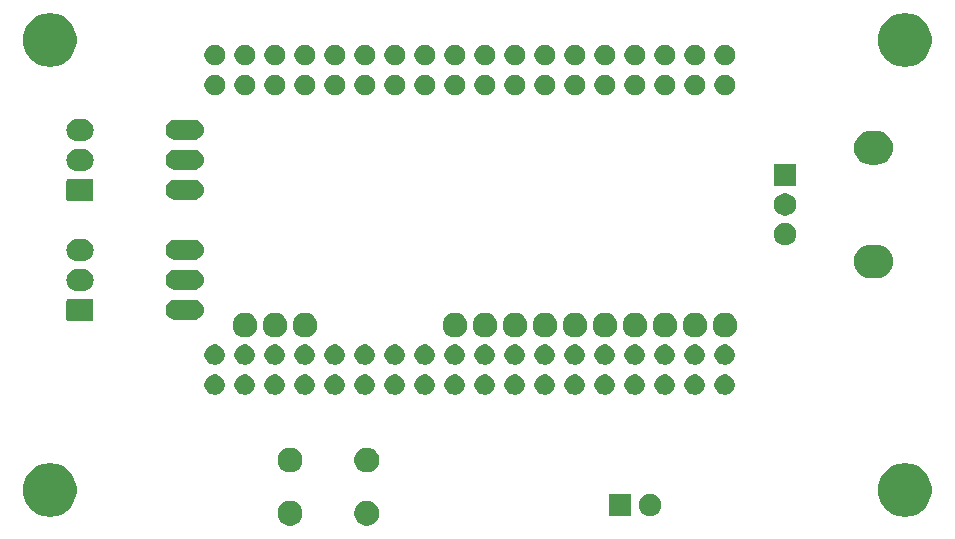
<source format=gbr>
G04 #@! TF.GenerationSoftware,KiCad,Pcbnew,(5.1.5-0-10_14)*
G04 #@! TF.CreationDate,2020-06-19T17:07:22+01:00*
G04 #@! TF.ProjectId,AIL_Workshop,41494c5f-576f-4726-9b73-686f702e6b69,rev?*
G04 #@! TF.SameCoordinates,Original*
G04 #@! TF.FileFunction,Soldermask,Bot*
G04 #@! TF.FilePolarity,Negative*
%FSLAX46Y46*%
G04 Gerber Fmt 4.6, Leading zero omitted, Abs format (unit mm)*
G04 Created by KiCad (PCBNEW (5.1.5-0-10_14)) date 2020-06-19 17:07:22*
%MOMM*%
%LPD*%
G04 APERTURE LIST*
%ADD10C,0.100000*%
G04 APERTURE END LIST*
D10*
G36*
X124916564Y-102549389D02*
G01*
X125107833Y-102628615D01*
X125107835Y-102628616D01*
X125255423Y-102727231D01*
X125279973Y-102743635D01*
X125426365Y-102890027D01*
X125541385Y-103062167D01*
X125620611Y-103253436D01*
X125661000Y-103456484D01*
X125661000Y-103663516D01*
X125620611Y-103866564D01*
X125541385Y-104057833D01*
X125541384Y-104057835D01*
X125426365Y-104229973D01*
X125279973Y-104376365D01*
X125107835Y-104491384D01*
X125107834Y-104491385D01*
X125107833Y-104491385D01*
X124916564Y-104570611D01*
X124713516Y-104611000D01*
X124506484Y-104611000D01*
X124303436Y-104570611D01*
X124112167Y-104491385D01*
X124112166Y-104491385D01*
X124112165Y-104491384D01*
X123940027Y-104376365D01*
X123793635Y-104229973D01*
X123678616Y-104057835D01*
X123678615Y-104057833D01*
X123599389Y-103866564D01*
X123559000Y-103663516D01*
X123559000Y-103456484D01*
X123599389Y-103253436D01*
X123678615Y-103062167D01*
X123793635Y-102890027D01*
X123940027Y-102743635D01*
X123964577Y-102727231D01*
X124112165Y-102628616D01*
X124112167Y-102628615D01*
X124303436Y-102549389D01*
X124506484Y-102509000D01*
X124713516Y-102509000D01*
X124916564Y-102549389D01*
G37*
G36*
X118416564Y-102549389D02*
G01*
X118607833Y-102628615D01*
X118607835Y-102628616D01*
X118755423Y-102727231D01*
X118779973Y-102743635D01*
X118926365Y-102890027D01*
X119041385Y-103062167D01*
X119120611Y-103253436D01*
X119161000Y-103456484D01*
X119161000Y-103663516D01*
X119120611Y-103866564D01*
X119041385Y-104057833D01*
X119041384Y-104057835D01*
X118926365Y-104229973D01*
X118779973Y-104376365D01*
X118607835Y-104491384D01*
X118607834Y-104491385D01*
X118607833Y-104491385D01*
X118416564Y-104570611D01*
X118213516Y-104611000D01*
X118006484Y-104611000D01*
X117803436Y-104570611D01*
X117612167Y-104491385D01*
X117612166Y-104491385D01*
X117612165Y-104491384D01*
X117440027Y-104376365D01*
X117293635Y-104229973D01*
X117178616Y-104057835D01*
X117178615Y-104057833D01*
X117099389Y-103866564D01*
X117059000Y-103663516D01*
X117059000Y-103456484D01*
X117099389Y-103253436D01*
X117178615Y-103062167D01*
X117293635Y-102890027D01*
X117440027Y-102743635D01*
X117464577Y-102727231D01*
X117612165Y-102628616D01*
X117612167Y-102628615D01*
X117803436Y-102549389D01*
X118006484Y-102509000D01*
X118213516Y-102509000D01*
X118416564Y-102549389D01*
G37*
G36*
X170455880Y-99359776D02*
G01*
X170836593Y-99435504D01*
X171246249Y-99605189D01*
X171614929Y-99851534D01*
X171928466Y-100165071D01*
X172174811Y-100533751D01*
X172344496Y-100943407D01*
X172431000Y-101378296D01*
X172431000Y-101821704D01*
X172344496Y-102256593D01*
X172174811Y-102666249D01*
X171928466Y-103034929D01*
X171614929Y-103348466D01*
X171246249Y-103594811D01*
X170836593Y-103764496D01*
X170455880Y-103840224D01*
X170401705Y-103851000D01*
X169958295Y-103851000D01*
X169904120Y-103840224D01*
X169523407Y-103764496D01*
X169113751Y-103594811D01*
X168745071Y-103348466D01*
X168431534Y-103034929D01*
X168185189Y-102666249D01*
X168015504Y-102256593D01*
X167929000Y-101821704D01*
X167929000Y-101378296D01*
X168015504Y-100943407D01*
X168185189Y-100533751D01*
X168431534Y-100165071D01*
X168745071Y-99851534D01*
X169113751Y-99605189D01*
X169523407Y-99435504D01*
X169904120Y-99359776D01*
X169958295Y-99349000D01*
X170401705Y-99349000D01*
X170455880Y-99359776D01*
G37*
G36*
X98065880Y-99359776D02*
G01*
X98446593Y-99435504D01*
X98856249Y-99605189D01*
X99224929Y-99851534D01*
X99538466Y-100165071D01*
X99784811Y-100533751D01*
X99954496Y-100943407D01*
X100041000Y-101378296D01*
X100041000Y-101821704D01*
X99954496Y-102256593D01*
X99784811Y-102666249D01*
X99538466Y-103034929D01*
X99224929Y-103348466D01*
X98856249Y-103594811D01*
X98446593Y-103764496D01*
X98065880Y-103840224D01*
X98011705Y-103851000D01*
X97568295Y-103851000D01*
X97514120Y-103840224D01*
X97133407Y-103764496D01*
X96723751Y-103594811D01*
X96355071Y-103348466D01*
X96041534Y-103034929D01*
X95795189Y-102666249D01*
X95625504Y-102256593D01*
X95539000Y-101821704D01*
X95539000Y-101378296D01*
X95625504Y-100943407D01*
X95795189Y-100533751D01*
X96041534Y-100165071D01*
X96355071Y-99851534D01*
X96723751Y-99605189D01*
X97133407Y-99435504D01*
X97514120Y-99359776D01*
X97568295Y-99349000D01*
X98011705Y-99349000D01*
X98065880Y-99359776D01*
G37*
G36*
X148867395Y-101955546D02*
G01*
X149040466Y-102027234D01*
X149040467Y-102027235D01*
X149196227Y-102131310D01*
X149328690Y-102263773D01*
X149328691Y-102263775D01*
X149432766Y-102419534D01*
X149504454Y-102592605D01*
X149541000Y-102776333D01*
X149541000Y-102963667D01*
X149504454Y-103147395D01*
X149432766Y-103320466D01*
X149432765Y-103320467D01*
X149328690Y-103476227D01*
X149196227Y-103608690D01*
X149155968Y-103635590D01*
X149040466Y-103712766D01*
X148867395Y-103784454D01*
X148683667Y-103821000D01*
X148496333Y-103821000D01*
X148312605Y-103784454D01*
X148139534Y-103712766D01*
X148024032Y-103635590D01*
X147983773Y-103608690D01*
X147851310Y-103476227D01*
X147747235Y-103320467D01*
X147747234Y-103320466D01*
X147675546Y-103147395D01*
X147639000Y-102963667D01*
X147639000Y-102776333D01*
X147675546Y-102592605D01*
X147747234Y-102419534D01*
X147851309Y-102263775D01*
X147851310Y-102263773D01*
X147983773Y-102131310D01*
X148139533Y-102027235D01*
X148139534Y-102027234D01*
X148312605Y-101955546D01*
X148496333Y-101919000D01*
X148683667Y-101919000D01*
X148867395Y-101955546D01*
G37*
G36*
X147001000Y-103821000D02*
G01*
X145099000Y-103821000D01*
X145099000Y-101919000D01*
X147001000Y-101919000D01*
X147001000Y-103821000D01*
G37*
G36*
X124916564Y-98049389D02*
G01*
X125107833Y-98128615D01*
X125107835Y-98128616D01*
X125279973Y-98243635D01*
X125426365Y-98390027D01*
X125541385Y-98562167D01*
X125620611Y-98753436D01*
X125661000Y-98956484D01*
X125661000Y-99163516D01*
X125620611Y-99366564D01*
X125545044Y-99549000D01*
X125541384Y-99557835D01*
X125426365Y-99729973D01*
X125279973Y-99876365D01*
X125107835Y-99991384D01*
X125107834Y-99991385D01*
X125107833Y-99991385D01*
X124916564Y-100070611D01*
X124713516Y-100111000D01*
X124506484Y-100111000D01*
X124303436Y-100070611D01*
X124112167Y-99991385D01*
X124112166Y-99991385D01*
X124112165Y-99991384D01*
X123940027Y-99876365D01*
X123793635Y-99729973D01*
X123678616Y-99557835D01*
X123674956Y-99549000D01*
X123599389Y-99366564D01*
X123559000Y-99163516D01*
X123559000Y-98956484D01*
X123599389Y-98753436D01*
X123678615Y-98562167D01*
X123793635Y-98390027D01*
X123940027Y-98243635D01*
X124112165Y-98128616D01*
X124112167Y-98128615D01*
X124303436Y-98049389D01*
X124506484Y-98009000D01*
X124713516Y-98009000D01*
X124916564Y-98049389D01*
G37*
G36*
X118416564Y-98049389D02*
G01*
X118607833Y-98128615D01*
X118607835Y-98128616D01*
X118779973Y-98243635D01*
X118926365Y-98390027D01*
X119041385Y-98562167D01*
X119120611Y-98753436D01*
X119161000Y-98956484D01*
X119161000Y-99163516D01*
X119120611Y-99366564D01*
X119045044Y-99549000D01*
X119041384Y-99557835D01*
X118926365Y-99729973D01*
X118779973Y-99876365D01*
X118607835Y-99991384D01*
X118607834Y-99991385D01*
X118607833Y-99991385D01*
X118416564Y-100070611D01*
X118213516Y-100111000D01*
X118006484Y-100111000D01*
X117803436Y-100070611D01*
X117612167Y-99991385D01*
X117612166Y-99991385D01*
X117612165Y-99991384D01*
X117440027Y-99876365D01*
X117293635Y-99729973D01*
X117178616Y-99557835D01*
X117174956Y-99549000D01*
X117099389Y-99366564D01*
X117059000Y-99163516D01*
X117059000Y-98956484D01*
X117099389Y-98753436D01*
X117178615Y-98562167D01*
X117293635Y-98390027D01*
X117440027Y-98243635D01*
X117612165Y-98128616D01*
X117612167Y-98128615D01*
X117803436Y-98049389D01*
X118006484Y-98009000D01*
X118213516Y-98009000D01*
X118416564Y-98049389D01*
G37*
G36*
X127222725Y-91850410D02*
G01*
X127379890Y-91915510D01*
X127521335Y-92010021D01*
X127641624Y-92130310D01*
X127736135Y-92271755D01*
X127801235Y-92428920D01*
X127834422Y-92595766D01*
X127834422Y-92765880D01*
X127801235Y-92932726D01*
X127736135Y-93089891D01*
X127641624Y-93231336D01*
X127521335Y-93351625D01*
X127379890Y-93446136D01*
X127222725Y-93511236D01*
X127055879Y-93544423D01*
X126885765Y-93544423D01*
X126718919Y-93511236D01*
X126561754Y-93446136D01*
X126420309Y-93351625D01*
X126300020Y-93231336D01*
X126205509Y-93089891D01*
X126140409Y-92932726D01*
X126107222Y-92765880D01*
X126107222Y-92595766D01*
X126140409Y-92428920D01*
X126205509Y-92271755D01*
X126300020Y-92130310D01*
X126420309Y-92010021D01*
X126561754Y-91915510D01*
X126718919Y-91850410D01*
X126885765Y-91817223D01*
X127055879Y-91817223D01*
X127222725Y-91850410D01*
G37*
G36*
X155162725Y-91850410D02*
G01*
X155319890Y-91915510D01*
X155461335Y-92010021D01*
X155581624Y-92130310D01*
X155676135Y-92271755D01*
X155741235Y-92428920D01*
X155774422Y-92595766D01*
X155774422Y-92765880D01*
X155741235Y-92932726D01*
X155676135Y-93089891D01*
X155581624Y-93231336D01*
X155461335Y-93351625D01*
X155319890Y-93446136D01*
X155162725Y-93511236D01*
X154995879Y-93544423D01*
X154825765Y-93544423D01*
X154658919Y-93511236D01*
X154501754Y-93446136D01*
X154360309Y-93351625D01*
X154240020Y-93231336D01*
X154145509Y-93089891D01*
X154080409Y-92932726D01*
X154047222Y-92765880D01*
X154047222Y-92595766D01*
X154080409Y-92428920D01*
X154145509Y-92271755D01*
X154240020Y-92130310D01*
X154360309Y-92010021D01*
X154501754Y-91915510D01*
X154658919Y-91850410D01*
X154825765Y-91817223D01*
X154995879Y-91817223D01*
X155162725Y-91850410D01*
G37*
G36*
X152622725Y-91850410D02*
G01*
X152779890Y-91915510D01*
X152921335Y-92010021D01*
X153041624Y-92130310D01*
X153136135Y-92271755D01*
X153201235Y-92428920D01*
X153234422Y-92595766D01*
X153234422Y-92765880D01*
X153201235Y-92932726D01*
X153136135Y-93089891D01*
X153041624Y-93231336D01*
X152921335Y-93351625D01*
X152779890Y-93446136D01*
X152622725Y-93511236D01*
X152455879Y-93544423D01*
X152285765Y-93544423D01*
X152118919Y-93511236D01*
X151961754Y-93446136D01*
X151820309Y-93351625D01*
X151700020Y-93231336D01*
X151605509Y-93089891D01*
X151540409Y-92932726D01*
X151507222Y-92765880D01*
X151507222Y-92595766D01*
X151540409Y-92428920D01*
X151605509Y-92271755D01*
X151700020Y-92130310D01*
X151820309Y-92010021D01*
X151961754Y-91915510D01*
X152118919Y-91850410D01*
X152285765Y-91817223D01*
X152455879Y-91817223D01*
X152622725Y-91850410D01*
G37*
G36*
X150082725Y-91850410D02*
G01*
X150239890Y-91915510D01*
X150381335Y-92010021D01*
X150501624Y-92130310D01*
X150596135Y-92271755D01*
X150661235Y-92428920D01*
X150694422Y-92595766D01*
X150694422Y-92765880D01*
X150661235Y-92932726D01*
X150596135Y-93089891D01*
X150501624Y-93231336D01*
X150381335Y-93351625D01*
X150239890Y-93446136D01*
X150082725Y-93511236D01*
X149915879Y-93544423D01*
X149745765Y-93544423D01*
X149578919Y-93511236D01*
X149421754Y-93446136D01*
X149280309Y-93351625D01*
X149160020Y-93231336D01*
X149065509Y-93089891D01*
X149000409Y-92932726D01*
X148967222Y-92765880D01*
X148967222Y-92595766D01*
X149000409Y-92428920D01*
X149065509Y-92271755D01*
X149160020Y-92130310D01*
X149280309Y-92010021D01*
X149421754Y-91915510D01*
X149578919Y-91850410D01*
X149745765Y-91817223D01*
X149915879Y-91817223D01*
X150082725Y-91850410D01*
G37*
G36*
X147542725Y-91850410D02*
G01*
X147699890Y-91915510D01*
X147841335Y-92010021D01*
X147961624Y-92130310D01*
X148056135Y-92271755D01*
X148121235Y-92428920D01*
X148154422Y-92595766D01*
X148154422Y-92765880D01*
X148121235Y-92932726D01*
X148056135Y-93089891D01*
X147961624Y-93231336D01*
X147841335Y-93351625D01*
X147699890Y-93446136D01*
X147542725Y-93511236D01*
X147375879Y-93544423D01*
X147205765Y-93544423D01*
X147038919Y-93511236D01*
X146881754Y-93446136D01*
X146740309Y-93351625D01*
X146620020Y-93231336D01*
X146525509Y-93089891D01*
X146460409Y-92932726D01*
X146427222Y-92765880D01*
X146427222Y-92595766D01*
X146460409Y-92428920D01*
X146525509Y-92271755D01*
X146620020Y-92130310D01*
X146740309Y-92010021D01*
X146881754Y-91915510D01*
X147038919Y-91850410D01*
X147205765Y-91817223D01*
X147375879Y-91817223D01*
X147542725Y-91850410D01*
G37*
G36*
X145002725Y-91850410D02*
G01*
X145159890Y-91915510D01*
X145301335Y-92010021D01*
X145421624Y-92130310D01*
X145516135Y-92271755D01*
X145581235Y-92428920D01*
X145614422Y-92595766D01*
X145614422Y-92765880D01*
X145581235Y-92932726D01*
X145516135Y-93089891D01*
X145421624Y-93231336D01*
X145301335Y-93351625D01*
X145159890Y-93446136D01*
X145002725Y-93511236D01*
X144835879Y-93544423D01*
X144665765Y-93544423D01*
X144498919Y-93511236D01*
X144341754Y-93446136D01*
X144200309Y-93351625D01*
X144080020Y-93231336D01*
X143985509Y-93089891D01*
X143920409Y-92932726D01*
X143887222Y-92765880D01*
X143887222Y-92595766D01*
X143920409Y-92428920D01*
X143985509Y-92271755D01*
X144080020Y-92130310D01*
X144200309Y-92010021D01*
X144341754Y-91915510D01*
X144498919Y-91850410D01*
X144665765Y-91817223D01*
X144835879Y-91817223D01*
X145002725Y-91850410D01*
G37*
G36*
X142462725Y-91850410D02*
G01*
X142619890Y-91915510D01*
X142761335Y-92010021D01*
X142881624Y-92130310D01*
X142976135Y-92271755D01*
X143041235Y-92428920D01*
X143074422Y-92595766D01*
X143074422Y-92765880D01*
X143041235Y-92932726D01*
X142976135Y-93089891D01*
X142881624Y-93231336D01*
X142761335Y-93351625D01*
X142619890Y-93446136D01*
X142462725Y-93511236D01*
X142295879Y-93544423D01*
X142125765Y-93544423D01*
X141958919Y-93511236D01*
X141801754Y-93446136D01*
X141660309Y-93351625D01*
X141540020Y-93231336D01*
X141445509Y-93089891D01*
X141380409Y-92932726D01*
X141347222Y-92765880D01*
X141347222Y-92595766D01*
X141380409Y-92428920D01*
X141445509Y-92271755D01*
X141540020Y-92130310D01*
X141660309Y-92010021D01*
X141801754Y-91915510D01*
X141958919Y-91850410D01*
X142125765Y-91817223D01*
X142295879Y-91817223D01*
X142462725Y-91850410D01*
G37*
G36*
X139922725Y-91850410D02*
G01*
X140079890Y-91915510D01*
X140221335Y-92010021D01*
X140341624Y-92130310D01*
X140436135Y-92271755D01*
X140501235Y-92428920D01*
X140534422Y-92595766D01*
X140534422Y-92765880D01*
X140501235Y-92932726D01*
X140436135Y-93089891D01*
X140341624Y-93231336D01*
X140221335Y-93351625D01*
X140079890Y-93446136D01*
X139922725Y-93511236D01*
X139755879Y-93544423D01*
X139585765Y-93544423D01*
X139418919Y-93511236D01*
X139261754Y-93446136D01*
X139120309Y-93351625D01*
X139000020Y-93231336D01*
X138905509Y-93089891D01*
X138840409Y-92932726D01*
X138807222Y-92765880D01*
X138807222Y-92595766D01*
X138840409Y-92428920D01*
X138905509Y-92271755D01*
X139000020Y-92130310D01*
X139120309Y-92010021D01*
X139261754Y-91915510D01*
X139418919Y-91850410D01*
X139585765Y-91817223D01*
X139755879Y-91817223D01*
X139922725Y-91850410D01*
G37*
G36*
X137382725Y-91850410D02*
G01*
X137539890Y-91915510D01*
X137681335Y-92010021D01*
X137801624Y-92130310D01*
X137896135Y-92271755D01*
X137961235Y-92428920D01*
X137994422Y-92595766D01*
X137994422Y-92765880D01*
X137961235Y-92932726D01*
X137896135Y-93089891D01*
X137801624Y-93231336D01*
X137681335Y-93351625D01*
X137539890Y-93446136D01*
X137382725Y-93511236D01*
X137215879Y-93544423D01*
X137045765Y-93544423D01*
X136878919Y-93511236D01*
X136721754Y-93446136D01*
X136580309Y-93351625D01*
X136460020Y-93231336D01*
X136365509Y-93089891D01*
X136300409Y-92932726D01*
X136267222Y-92765880D01*
X136267222Y-92595766D01*
X136300409Y-92428920D01*
X136365509Y-92271755D01*
X136460020Y-92130310D01*
X136580309Y-92010021D01*
X136721754Y-91915510D01*
X136878919Y-91850410D01*
X137045765Y-91817223D01*
X137215879Y-91817223D01*
X137382725Y-91850410D01*
G37*
G36*
X134842725Y-91850410D02*
G01*
X134999890Y-91915510D01*
X135141335Y-92010021D01*
X135261624Y-92130310D01*
X135356135Y-92271755D01*
X135421235Y-92428920D01*
X135454422Y-92595766D01*
X135454422Y-92765880D01*
X135421235Y-92932726D01*
X135356135Y-93089891D01*
X135261624Y-93231336D01*
X135141335Y-93351625D01*
X134999890Y-93446136D01*
X134842725Y-93511236D01*
X134675879Y-93544423D01*
X134505765Y-93544423D01*
X134338919Y-93511236D01*
X134181754Y-93446136D01*
X134040309Y-93351625D01*
X133920020Y-93231336D01*
X133825509Y-93089891D01*
X133760409Y-92932726D01*
X133727222Y-92765880D01*
X133727222Y-92595766D01*
X133760409Y-92428920D01*
X133825509Y-92271755D01*
X133920020Y-92130310D01*
X134040309Y-92010021D01*
X134181754Y-91915510D01*
X134338919Y-91850410D01*
X134505765Y-91817223D01*
X134675879Y-91817223D01*
X134842725Y-91850410D01*
G37*
G36*
X132302725Y-91850410D02*
G01*
X132459890Y-91915510D01*
X132601335Y-92010021D01*
X132721624Y-92130310D01*
X132816135Y-92271755D01*
X132881235Y-92428920D01*
X132914422Y-92595766D01*
X132914422Y-92765880D01*
X132881235Y-92932726D01*
X132816135Y-93089891D01*
X132721624Y-93231336D01*
X132601335Y-93351625D01*
X132459890Y-93446136D01*
X132302725Y-93511236D01*
X132135879Y-93544423D01*
X131965765Y-93544423D01*
X131798919Y-93511236D01*
X131641754Y-93446136D01*
X131500309Y-93351625D01*
X131380020Y-93231336D01*
X131285509Y-93089891D01*
X131220409Y-92932726D01*
X131187222Y-92765880D01*
X131187222Y-92595766D01*
X131220409Y-92428920D01*
X131285509Y-92271755D01*
X131380020Y-92130310D01*
X131500309Y-92010021D01*
X131641754Y-91915510D01*
X131798919Y-91850410D01*
X131965765Y-91817223D01*
X132135879Y-91817223D01*
X132302725Y-91850410D01*
G37*
G36*
X129762725Y-91850410D02*
G01*
X129919890Y-91915510D01*
X130061335Y-92010021D01*
X130181624Y-92130310D01*
X130276135Y-92271755D01*
X130341235Y-92428920D01*
X130374422Y-92595766D01*
X130374422Y-92765880D01*
X130341235Y-92932726D01*
X130276135Y-93089891D01*
X130181624Y-93231336D01*
X130061335Y-93351625D01*
X129919890Y-93446136D01*
X129762725Y-93511236D01*
X129595879Y-93544423D01*
X129425765Y-93544423D01*
X129258919Y-93511236D01*
X129101754Y-93446136D01*
X128960309Y-93351625D01*
X128840020Y-93231336D01*
X128745509Y-93089891D01*
X128680409Y-92932726D01*
X128647222Y-92765880D01*
X128647222Y-92595766D01*
X128680409Y-92428920D01*
X128745509Y-92271755D01*
X128840020Y-92130310D01*
X128960309Y-92010021D01*
X129101754Y-91915510D01*
X129258919Y-91850410D01*
X129425765Y-91817223D01*
X129595879Y-91817223D01*
X129762725Y-91850410D01*
G37*
G36*
X124682725Y-91850410D02*
G01*
X124839890Y-91915510D01*
X124981335Y-92010021D01*
X125101624Y-92130310D01*
X125196135Y-92271755D01*
X125261235Y-92428920D01*
X125294422Y-92595766D01*
X125294422Y-92765880D01*
X125261235Y-92932726D01*
X125196135Y-93089891D01*
X125101624Y-93231336D01*
X124981335Y-93351625D01*
X124839890Y-93446136D01*
X124682725Y-93511236D01*
X124515879Y-93544423D01*
X124345765Y-93544423D01*
X124178919Y-93511236D01*
X124021754Y-93446136D01*
X123880309Y-93351625D01*
X123760020Y-93231336D01*
X123665509Y-93089891D01*
X123600409Y-92932726D01*
X123567222Y-92765880D01*
X123567222Y-92595766D01*
X123600409Y-92428920D01*
X123665509Y-92271755D01*
X123760020Y-92130310D01*
X123880309Y-92010021D01*
X124021754Y-91915510D01*
X124178919Y-91850410D01*
X124345765Y-91817223D01*
X124515879Y-91817223D01*
X124682725Y-91850410D01*
G37*
G36*
X122142725Y-91850410D02*
G01*
X122299890Y-91915510D01*
X122441335Y-92010021D01*
X122561624Y-92130310D01*
X122656135Y-92271755D01*
X122721235Y-92428920D01*
X122754422Y-92595766D01*
X122754422Y-92765880D01*
X122721235Y-92932726D01*
X122656135Y-93089891D01*
X122561624Y-93231336D01*
X122441335Y-93351625D01*
X122299890Y-93446136D01*
X122142725Y-93511236D01*
X121975879Y-93544423D01*
X121805765Y-93544423D01*
X121638919Y-93511236D01*
X121481754Y-93446136D01*
X121340309Y-93351625D01*
X121220020Y-93231336D01*
X121125509Y-93089891D01*
X121060409Y-92932726D01*
X121027222Y-92765880D01*
X121027222Y-92595766D01*
X121060409Y-92428920D01*
X121125509Y-92271755D01*
X121220020Y-92130310D01*
X121340309Y-92010021D01*
X121481754Y-91915510D01*
X121638919Y-91850410D01*
X121805765Y-91817223D01*
X121975879Y-91817223D01*
X122142725Y-91850410D01*
G37*
G36*
X119602725Y-91850410D02*
G01*
X119759890Y-91915510D01*
X119901335Y-92010021D01*
X120021624Y-92130310D01*
X120116135Y-92271755D01*
X120181235Y-92428920D01*
X120214422Y-92595766D01*
X120214422Y-92765880D01*
X120181235Y-92932726D01*
X120116135Y-93089891D01*
X120021624Y-93231336D01*
X119901335Y-93351625D01*
X119759890Y-93446136D01*
X119602725Y-93511236D01*
X119435879Y-93544423D01*
X119265765Y-93544423D01*
X119098919Y-93511236D01*
X118941754Y-93446136D01*
X118800309Y-93351625D01*
X118680020Y-93231336D01*
X118585509Y-93089891D01*
X118520409Y-92932726D01*
X118487222Y-92765880D01*
X118487222Y-92595766D01*
X118520409Y-92428920D01*
X118585509Y-92271755D01*
X118680020Y-92130310D01*
X118800309Y-92010021D01*
X118941754Y-91915510D01*
X119098919Y-91850410D01*
X119265765Y-91817223D01*
X119435879Y-91817223D01*
X119602725Y-91850410D01*
G37*
G36*
X117062725Y-91850410D02*
G01*
X117219890Y-91915510D01*
X117361335Y-92010021D01*
X117481624Y-92130310D01*
X117576135Y-92271755D01*
X117641235Y-92428920D01*
X117674422Y-92595766D01*
X117674422Y-92765880D01*
X117641235Y-92932726D01*
X117576135Y-93089891D01*
X117481624Y-93231336D01*
X117361335Y-93351625D01*
X117219890Y-93446136D01*
X117062725Y-93511236D01*
X116895879Y-93544423D01*
X116725765Y-93544423D01*
X116558919Y-93511236D01*
X116401754Y-93446136D01*
X116260309Y-93351625D01*
X116140020Y-93231336D01*
X116045509Y-93089891D01*
X115980409Y-92932726D01*
X115947222Y-92765880D01*
X115947222Y-92595766D01*
X115980409Y-92428920D01*
X116045509Y-92271755D01*
X116140020Y-92130310D01*
X116260309Y-92010021D01*
X116401754Y-91915510D01*
X116558919Y-91850410D01*
X116725765Y-91817223D01*
X116895879Y-91817223D01*
X117062725Y-91850410D01*
G37*
G36*
X114522725Y-91850410D02*
G01*
X114679890Y-91915510D01*
X114821335Y-92010021D01*
X114941624Y-92130310D01*
X115036135Y-92271755D01*
X115101235Y-92428920D01*
X115134422Y-92595766D01*
X115134422Y-92765880D01*
X115101235Y-92932726D01*
X115036135Y-93089891D01*
X114941624Y-93231336D01*
X114821335Y-93351625D01*
X114679890Y-93446136D01*
X114522725Y-93511236D01*
X114355879Y-93544423D01*
X114185765Y-93544423D01*
X114018919Y-93511236D01*
X113861754Y-93446136D01*
X113720309Y-93351625D01*
X113600020Y-93231336D01*
X113505509Y-93089891D01*
X113440409Y-92932726D01*
X113407222Y-92765880D01*
X113407222Y-92595766D01*
X113440409Y-92428920D01*
X113505509Y-92271755D01*
X113600020Y-92130310D01*
X113720309Y-92010021D01*
X113861754Y-91915510D01*
X114018919Y-91850410D01*
X114185765Y-91817223D01*
X114355879Y-91817223D01*
X114522725Y-91850410D01*
G37*
G36*
X111982725Y-91850410D02*
G01*
X112139890Y-91915510D01*
X112281335Y-92010021D01*
X112401624Y-92130310D01*
X112496135Y-92271755D01*
X112561235Y-92428920D01*
X112594422Y-92595766D01*
X112594422Y-92765880D01*
X112561235Y-92932726D01*
X112496135Y-93089891D01*
X112401624Y-93231336D01*
X112281335Y-93351625D01*
X112139890Y-93446136D01*
X111982725Y-93511236D01*
X111815879Y-93544423D01*
X111645765Y-93544423D01*
X111478919Y-93511236D01*
X111321754Y-93446136D01*
X111180309Y-93351625D01*
X111060020Y-93231336D01*
X110965509Y-93089891D01*
X110900409Y-92932726D01*
X110867222Y-92765880D01*
X110867222Y-92595766D01*
X110900409Y-92428920D01*
X110965509Y-92271755D01*
X111060020Y-92130310D01*
X111180309Y-92010021D01*
X111321754Y-91915510D01*
X111478919Y-91850410D01*
X111645765Y-91817223D01*
X111815879Y-91817223D01*
X111982725Y-91850410D01*
G37*
G36*
X155162725Y-89310410D02*
G01*
X155319890Y-89375510D01*
X155461335Y-89470021D01*
X155581624Y-89590310D01*
X155676135Y-89731755D01*
X155741235Y-89888920D01*
X155774422Y-90055766D01*
X155774422Y-90225880D01*
X155741235Y-90392726D01*
X155676135Y-90549891D01*
X155581624Y-90691336D01*
X155461335Y-90811625D01*
X155319890Y-90906136D01*
X155162725Y-90971236D01*
X154995879Y-91004423D01*
X154825765Y-91004423D01*
X154658919Y-90971236D01*
X154501754Y-90906136D01*
X154360309Y-90811625D01*
X154240020Y-90691336D01*
X154145509Y-90549891D01*
X154080409Y-90392726D01*
X154047222Y-90225880D01*
X154047222Y-90055766D01*
X154080409Y-89888920D01*
X154145509Y-89731755D01*
X154240020Y-89590310D01*
X154360309Y-89470021D01*
X154501754Y-89375510D01*
X154658919Y-89310410D01*
X154825765Y-89277223D01*
X154995879Y-89277223D01*
X155162725Y-89310410D01*
G37*
G36*
X139922725Y-89310410D02*
G01*
X140079890Y-89375510D01*
X140221335Y-89470021D01*
X140341624Y-89590310D01*
X140436135Y-89731755D01*
X140501235Y-89888920D01*
X140534422Y-90055766D01*
X140534422Y-90225880D01*
X140501235Y-90392726D01*
X140436135Y-90549891D01*
X140341624Y-90691336D01*
X140221335Y-90811625D01*
X140079890Y-90906136D01*
X139922725Y-90971236D01*
X139755879Y-91004423D01*
X139585765Y-91004423D01*
X139418919Y-90971236D01*
X139261754Y-90906136D01*
X139120309Y-90811625D01*
X139000020Y-90691336D01*
X138905509Y-90549891D01*
X138840409Y-90392726D01*
X138807222Y-90225880D01*
X138807222Y-90055766D01*
X138840409Y-89888920D01*
X138905509Y-89731755D01*
X139000020Y-89590310D01*
X139120309Y-89470021D01*
X139261754Y-89375510D01*
X139418919Y-89310410D01*
X139585765Y-89277223D01*
X139755879Y-89277223D01*
X139922725Y-89310410D01*
G37*
G36*
X137382725Y-89310410D02*
G01*
X137539890Y-89375510D01*
X137681335Y-89470021D01*
X137801624Y-89590310D01*
X137896135Y-89731755D01*
X137961235Y-89888920D01*
X137994422Y-90055766D01*
X137994422Y-90225880D01*
X137961235Y-90392726D01*
X137896135Y-90549891D01*
X137801624Y-90691336D01*
X137681335Y-90811625D01*
X137539890Y-90906136D01*
X137382725Y-90971236D01*
X137215879Y-91004423D01*
X137045765Y-91004423D01*
X136878919Y-90971236D01*
X136721754Y-90906136D01*
X136580309Y-90811625D01*
X136460020Y-90691336D01*
X136365509Y-90549891D01*
X136300409Y-90392726D01*
X136267222Y-90225880D01*
X136267222Y-90055766D01*
X136300409Y-89888920D01*
X136365509Y-89731755D01*
X136460020Y-89590310D01*
X136580309Y-89470021D01*
X136721754Y-89375510D01*
X136878919Y-89310410D01*
X137045765Y-89277223D01*
X137215879Y-89277223D01*
X137382725Y-89310410D01*
G37*
G36*
X152622725Y-89310410D02*
G01*
X152779890Y-89375510D01*
X152921335Y-89470021D01*
X153041624Y-89590310D01*
X153136135Y-89731755D01*
X153201235Y-89888920D01*
X153234422Y-90055766D01*
X153234422Y-90225880D01*
X153201235Y-90392726D01*
X153136135Y-90549891D01*
X153041624Y-90691336D01*
X152921335Y-90811625D01*
X152779890Y-90906136D01*
X152622725Y-90971236D01*
X152455879Y-91004423D01*
X152285765Y-91004423D01*
X152118919Y-90971236D01*
X151961754Y-90906136D01*
X151820309Y-90811625D01*
X151700020Y-90691336D01*
X151605509Y-90549891D01*
X151540409Y-90392726D01*
X151507222Y-90225880D01*
X151507222Y-90055766D01*
X151540409Y-89888920D01*
X151605509Y-89731755D01*
X151700020Y-89590310D01*
X151820309Y-89470021D01*
X151961754Y-89375510D01*
X152118919Y-89310410D01*
X152285765Y-89277223D01*
X152455879Y-89277223D01*
X152622725Y-89310410D01*
G37*
G36*
X134842725Y-89310410D02*
G01*
X134999890Y-89375510D01*
X135141335Y-89470021D01*
X135261624Y-89590310D01*
X135356135Y-89731755D01*
X135421235Y-89888920D01*
X135454422Y-90055766D01*
X135454422Y-90225880D01*
X135421235Y-90392726D01*
X135356135Y-90549891D01*
X135261624Y-90691336D01*
X135141335Y-90811625D01*
X134999890Y-90906136D01*
X134842725Y-90971236D01*
X134675879Y-91004423D01*
X134505765Y-91004423D01*
X134338919Y-90971236D01*
X134181754Y-90906136D01*
X134040309Y-90811625D01*
X133920020Y-90691336D01*
X133825509Y-90549891D01*
X133760409Y-90392726D01*
X133727222Y-90225880D01*
X133727222Y-90055766D01*
X133760409Y-89888920D01*
X133825509Y-89731755D01*
X133920020Y-89590310D01*
X134040309Y-89470021D01*
X134181754Y-89375510D01*
X134338919Y-89310410D01*
X134505765Y-89277223D01*
X134675879Y-89277223D01*
X134842725Y-89310410D01*
G37*
G36*
X150082725Y-89310410D02*
G01*
X150239890Y-89375510D01*
X150381335Y-89470021D01*
X150501624Y-89590310D01*
X150596135Y-89731755D01*
X150661235Y-89888920D01*
X150694422Y-90055766D01*
X150694422Y-90225880D01*
X150661235Y-90392726D01*
X150596135Y-90549891D01*
X150501624Y-90691336D01*
X150381335Y-90811625D01*
X150239890Y-90906136D01*
X150082725Y-90971236D01*
X149915879Y-91004423D01*
X149745765Y-91004423D01*
X149578919Y-90971236D01*
X149421754Y-90906136D01*
X149280309Y-90811625D01*
X149160020Y-90691336D01*
X149065509Y-90549891D01*
X149000409Y-90392726D01*
X148967222Y-90225880D01*
X148967222Y-90055766D01*
X149000409Y-89888920D01*
X149065509Y-89731755D01*
X149160020Y-89590310D01*
X149280309Y-89470021D01*
X149421754Y-89375510D01*
X149578919Y-89310410D01*
X149745765Y-89277223D01*
X149915879Y-89277223D01*
X150082725Y-89310410D01*
G37*
G36*
X132302725Y-89310410D02*
G01*
X132459890Y-89375510D01*
X132601335Y-89470021D01*
X132721624Y-89590310D01*
X132816135Y-89731755D01*
X132881235Y-89888920D01*
X132914422Y-90055766D01*
X132914422Y-90225880D01*
X132881235Y-90392726D01*
X132816135Y-90549891D01*
X132721624Y-90691336D01*
X132601335Y-90811625D01*
X132459890Y-90906136D01*
X132302725Y-90971236D01*
X132135879Y-91004423D01*
X131965765Y-91004423D01*
X131798919Y-90971236D01*
X131641754Y-90906136D01*
X131500309Y-90811625D01*
X131380020Y-90691336D01*
X131285509Y-90549891D01*
X131220409Y-90392726D01*
X131187222Y-90225880D01*
X131187222Y-90055766D01*
X131220409Y-89888920D01*
X131285509Y-89731755D01*
X131380020Y-89590310D01*
X131500309Y-89470021D01*
X131641754Y-89375510D01*
X131798919Y-89310410D01*
X131965765Y-89277223D01*
X132135879Y-89277223D01*
X132302725Y-89310410D01*
G37*
G36*
X147542725Y-89310410D02*
G01*
X147699890Y-89375510D01*
X147841335Y-89470021D01*
X147961624Y-89590310D01*
X148056135Y-89731755D01*
X148121235Y-89888920D01*
X148154422Y-90055766D01*
X148154422Y-90225880D01*
X148121235Y-90392726D01*
X148056135Y-90549891D01*
X147961624Y-90691336D01*
X147841335Y-90811625D01*
X147699890Y-90906136D01*
X147542725Y-90971236D01*
X147375879Y-91004423D01*
X147205765Y-91004423D01*
X147038919Y-90971236D01*
X146881754Y-90906136D01*
X146740309Y-90811625D01*
X146620020Y-90691336D01*
X146525509Y-90549891D01*
X146460409Y-90392726D01*
X146427222Y-90225880D01*
X146427222Y-90055766D01*
X146460409Y-89888920D01*
X146525509Y-89731755D01*
X146620020Y-89590310D01*
X146740309Y-89470021D01*
X146881754Y-89375510D01*
X147038919Y-89310410D01*
X147205765Y-89277223D01*
X147375879Y-89277223D01*
X147542725Y-89310410D01*
G37*
G36*
X129762725Y-89310410D02*
G01*
X129919890Y-89375510D01*
X130061335Y-89470021D01*
X130181624Y-89590310D01*
X130276135Y-89731755D01*
X130341235Y-89888920D01*
X130374422Y-90055766D01*
X130374422Y-90225880D01*
X130341235Y-90392726D01*
X130276135Y-90549891D01*
X130181624Y-90691336D01*
X130061335Y-90811625D01*
X129919890Y-90906136D01*
X129762725Y-90971236D01*
X129595879Y-91004423D01*
X129425765Y-91004423D01*
X129258919Y-90971236D01*
X129101754Y-90906136D01*
X128960309Y-90811625D01*
X128840020Y-90691336D01*
X128745509Y-90549891D01*
X128680409Y-90392726D01*
X128647222Y-90225880D01*
X128647222Y-90055766D01*
X128680409Y-89888920D01*
X128745509Y-89731755D01*
X128840020Y-89590310D01*
X128960309Y-89470021D01*
X129101754Y-89375510D01*
X129258919Y-89310410D01*
X129425765Y-89277223D01*
X129595879Y-89277223D01*
X129762725Y-89310410D01*
G37*
G36*
X145002725Y-89310410D02*
G01*
X145159890Y-89375510D01*
X145301335Y-89470021D01*
X145421624Y-89590310D01*
X145516135Y-89731755D01*
X145581235Y-89888920D01*
X145614422Y-90055766D01*
X145614422Y-90225880D01*
X145581235Y-90392726D01*
X145516135Y-90549891D01*
X145421624Y-90691336D01*
X145301335Y-90811625D01*
X145159890Y-90906136D01*
X145002725Y-90971236D01*
X144835879Y-91004423D01*
X144665765Y-91004423D01*
X144498919Y-90971236D01*
X144341754Y-90906136D01*
X144200309Y-90811625D01*
X144080020Y-90691336D01*
X143985509Y-90549891D01*
X143920409Y-90392726D01*
X143887222Y-90225880D01*
X143887222Y-90055766D01*
X143920409Y-89888920D01*
X143985509Y-89731755D01*
X144080020Y-89590310D01*
X144200309Y-89470021D01*
X144341754Y-89375510D01*
X144498919Y-89310410D01*
X144665765Y-89277223D01*
X144835879Y-89277223D01*
X145002725Y-89310410D01*
G37*
G36*
X127222725Y-89310410D02*
G01*
X127379890Y-89375510D01*
X127521335Y-89470021D01*
X127641624Y-89590310D01*
X127736135Y-89731755D01*
X127801235Y-89888920D01*
X127834422Y-90055766D01*
X127834422Y-90225880D01*
X127801235Y-90392726D01*
X127736135Y-90549891D01*
X127641624Y-90691336D01*
X127521335Y-90811625D01*
X127379890Y-90906136D01*
X127222725Y-90971236D01*
X127055879Y-91004423D01*
X126885765Y-91004423D01*
X126718919Y-90971236D01*
X126561754Y-90906136D01*
X126420309Y-90811625D01*
X126300020Y-90691336D01*
X126205509Y-90549891D01*
X126140409Y-90392726D01*
X126107222Y-90225880D01*
X126107222Y-90055766D01*
X126140409Y-89888920D01*
X126205509Y-89731755D01*
X126300020Y-89590310D01*
X126420309Y-89470021D01*
X126561754Y-89375510D01*
X126718919Y-89310410D01*
X126885765Y-89277223D01*
X127055879Y-89277223D01*
X127222725Y-89310410D01*
G37*
G36*
X142462725Y-89310410D02*
G01*
X142619890Y-89375510D01*
X142761335Y-89470021D01*
X142881624Y-89590310D01*
X142976135Y-89731755D01*
X143041235Y-89888920D01*
X143074422Y-90055766D01*
X143074422Y-90225880D01*
X143041235Y-90392726D01*
X142976135Y-90549891D01*
X142881624Y-90691336D01*
X142761335Y-90811625D01*
X142619890Y-90906136D01*
X142462725Y-90971236D01*
X142295879Y-91004423D01*
X142125765Y-91004423D01*
X141958919Y-90971236D01*
X141801754Y-90906136D01*
X141660309Y-90811625D01*
X141540020Y-90691336D01*
X141445509Y-90549891D01*
X141380409Y-90392726D01*
X141347222Y-90225880D01*
X141347222Y-90055766D01*
X141380409Y-89888920D01*
X141445509Y-89731755D01*
X141540020Y-89590310D01*
X141660309Y-89470021D01*
X141801754Y-89375510D01*
X141958919Y-89310410D01*
X142125765Y-89277223D01*
X142295879Y-89277223D01*
X142462725Y-89310410D01*
G37*
G36*
X124682725Y-89310410D02*
G01*
X124839890Y-89375510D01*
X124981335Y-89470021D01*
X125101624Y-89590310D01*
X125196135Y-89731755D01*
X125261235Y-89888920D01*
X125294422Y-90055766D01*
X125294422Y-90225880D01*
X125261235Y-90392726D01*
X125196135Y-90549891D01*
X125101624Y-90691336D01*
X124981335Y-90811625D01*
X124839890Y-90906136D01*
X124682725Y-90971236D01*
X124515879Y-91004423D01*
X124345765Y-91004423D01*
X124178919Y-90971236D01*
X124021754Y-90906136D01*
X123880309Y-90811625D01*
X123760020Y-90691336D01*
X123665509Y-90549891D01*
X123600409Y-90392726D01*
X123567222Y-90225880D01*
X123567222Y-90055766D01*
X123600409Y-89888920D01*
X123665509Y-89731755D01*
X123760020Y-89590310D01*
X123880309Y-89470021D01*
X124021754Y-89375510D01*
X124178919Y-89310410D01*
X124345765Y-89277223D01*
X124515879Y-89277223D01*
X124682725Y-89310410D01*
G37*
G36*
X122142725Y-89310410D02*
G01*
X122299890Y-89375510D01*
X122441335Y-89470021D01*
X122561624Y-89590310D01*
X122656135Y-89731755D01*
X122721235Y-89888920D01*
X122754422Y-90055766D01*
X122754422Y-90225880D01*
X122721235Y-90392726D01*
X122656135Y-90549891D01*
X122561624Y-90691336D01*
X122441335Y-90811625D01*
X122299890Y-90906136D01*
X122142725Y-90971236D01*
X121975879Y-91004423D01*
X121805765Y-91004423D01*
X121638919Y-90971236D01*
X121481754Y-90906136D01*
X121340309Y-90811625D01*
X121220020Y-90691336D01*
X121125509Y-90549891D01*
X121060409Y-90392726D01*
X121027222Y-90225880D01*
X121027222Y-90055766D01*
X121060409Y-89888920D01*
X121125509Y-89731755D01*
X121220020Y-89590310D01*
X121340309Y-89470021D01*
X121481754Y-89375510D01*
X121638919Y-89310410D01*
X121805765Y-89277223D01*
X121975879Y-89277223D01*
X122142725Y-89310410D01*
G37*
G36*
X119602725Y-89310410D02*
G01*
X119759890Y-89375510D01*
X119901335Y-89470021D01*
X120021624Y-89590310D01*
X120116135Y-89731755D01*
X120181235Y-89888920D01*
X120214422Y-90055766D01*
X120214422Y-90225880D01*
X120181235Y-90392726D01*
X120116135Y-90549891D01*
X120021624Y-90691336D01*
X119901335Y-90811625D01*
X119759890Y-90906136D01*
X119602725Y-90971236D01*
X119435879Y-91004423D01*
X119265765Y-91004423D01*
X119098919Y-90971236D01*
X118941754Y-90906136D01*
X118800309Y-90811625D01*
X118680020Y-90691336D01*
X118585509Y-90549891D01*
X118520409Y-90392726D01*
X118487222Y-90225880D01*
X118487222Y-90055766D01*
X118520409Y-89888920D01*
X118585509Y-89731755D01*
X118680020Y-89590310D01*
X118800309Y-89470021D01*
X118941754Y-89375510D01*
X119098919Y-89310410D01*
X119265765Y-89277223D01*
X119435879Y-89277223D01*
X119602725Y-89310410D01*
G37*
G36*
X117062725Y-89310410D02*
G01*
X117219890Y-89375510D01*
X117361335Y-89470021D01*
X117481624Y-89590310D01*
X117576135Y-89731755D01*
X117641235Y-89888920D01*
X117674422Y-90055766D01*
X117674422Y-90225880D01*
X117641235Y-90392726D01*
X117576135Y-90549891D01*
X117481624Y-90691336D01*
X117361335Y-90811625D01*
X117219890Y-90906136D01*
X117062725Y-90971236D01*
X116895879Y-91004423D01*
X116725765Y-91004423D01*
X116558919Y-90971236D01*
X116401754Y-90906136D01*
X116260309Y-90811625D01*
X116140020Y-90691336D01*
X116045509Y-90549891D01*
X115980409Y-90392726D01*
X115947222Y-90225880D01*
X115947222Y-90055766D01*
X115980409Y-89888920D01*
X116045509Y-89731755D01*
X116140020Y-89590310D01*
X116260309Y-89470021D01*
X116401754Y-89375510D01*
X116558919Y-89310410D01*
X116725765Y-89277223D01*
X116895879Y-89277223D01*
X117062725Y-89310410D01*
G37*
G36*
X114522725Y-89310410D02*
G01*
X114679890Y-89375510D01*
X114821335Y-89470021D01*
X114941624Y-89590310D01*
X115036135Y-89731755D01*
X115101235Y-89888920D01*
X115134422Y-90055766D01*
X115134422Y-90225880D01*
X115101235Y-90392726D01*
X115036135Y-90549891D01*
X114941624Y-90691336D01*
X114821335Y-90811625D01*
X114679890Y-90906136D01*
X114522725Y-90971236D01*
X114355879Y-91004423D01*
X114185765Y-91004423D01*
X114018919Y-90971236D01*
X113861754Y-90906136D01*
X113720309Y-90811625D01*
X113600020Y-90691336D01*
X113505509Y-90549891D01*
X113440409Y-90392726D01*
X113407222Y-90225880D01*
X113407222Y-90055766D01*
X113440409Y-89888920D01*
X113505509Y-89731755D01*
X113600020Y-89590310D01*
X113720309Y-89470021D01*
X113861754Y-89375510D01*
X114018919Y-89310410D01*
X114185765Y-89277223D01*
X114355879Y-89277223D01*
X114522725Y-89310410D01*
G37*
G36*
X111982725Y-89310410D02*
G01*
X112139890Y-89375510D01*
X112281335Y-89470021D01*
X112401624Y-89590310D01*
X112496135Y-89731755D01*
X112561235Y-89888920D01*
X112594422Y-90055766D01*
X112594422Y-90225880D01*
X112561235Y-90392726D01*
X112496135Y-90549891D01*
X112401624Y-90691336D01*
X112281335Y-90811625D01*
X112139890Y-90906136D01*
X111982725Y-90971236D01*
X111815879Y-91004423D01*
X111645765Y-91004423D01*
X111478919Y-90971236D01*
X111321754Y-90906136D01*
X111180309Y-90811625D01*
X111060020Y-90691336D01*
X110965509Y-90549891D01*
X110900409Y-90392726D01*
X110867222Y-90225880D01*
X110867222Y-90055766D01*
X110900409Y-89888920D01*
X110965509Y-89731755D01*
X111060020Y-89590310D01*
X111180309Y-89470021D01*
X111321754Y-89375510D01*
X111478919Y-89310410D01*
X111645765Y-89277223D01*
X111815879Y-89277223D01*
X111982725Y-89310410D01*
G37*
G36*
X140003765Y-86628620D02*
G01*
X140193288Y-86707123D01*
X140363854Y-86821092D01*
X140508908Y-86966146D01*
X140622877Y-87136712D01*
X140622878Y-87136714D01*
X140643001Y-87185295D01*
X140701380Y-87326235D01*
X140741400Y-87527431D01*
X140741400Y-87732569D01*
X140701380Y-87933765D01*
X140622877Y-88123288D01*
X140508908Y-88293854D01*
X140363854Y-88438908D01*
X140193288Y-88552877D01*
X140193287Y-88552878D01*
X140193286Y-88552878D01*
X140003765Y-88631380D01*
X139802570Y-88671400D01*
X139597430Y-88671400D01*
X139396235Y-88631380D01*
X139206714Y-88552878D01*
X139206713Y-88552878D01*
X139206712Y-88552877D01*
X139036146Y-88438908D01*
X138891092Y-88293854D01*
X138777123Y-88123288D01*
X138698620Y-87933765D01*
X138658600Y-87732569D01*
X138658600Y-87527431D01*
X138698620Y-87326235D01*
X138756999Y-87185295D01*
X138777122Y-87136714D01*
X138777123Y-87136712D01*
X138891092Y-86966146D01*
X139036146Y-86821092D01*
X139206712Y-86707123D01*
X139396235Y-86628620D01*
X139597430Y-86588600D01*
X139802570Y-86588600D01*
X140003765Y-86628620D01*
G37*
G36*
X155243765Y-86628620D02*
G01*
X155433288Y-86707123D01*
X155603854Y-86821092D01*
X155748908Y-86966146D01*
X155862877Y-87136712D01*
X155862878Y-87136714D01*
X155883001Y-87185295D01*
X155941380Y-87326235D01*
X155981400Y-87527431D01*
X155981400Y-87732569D01*
X155941380Y-87933765D01*
X155862877Y-88123288D01*
X155748908Y-88293854D01*
X155603854Y-88438908D01*
X155433288Y-88552877D01*
X155433287Y-88552878D01*
X155433286Y-88552878D01*
X155243765Y-88631380D01*
X155042570Y-88671400D01*
X154837430Y-88671400D01*
X154636235Y-88631380D01*
X154446714Y-88552878D01*
X154446713Y-88552878D01*
X154446712Y-88552877D01*
X154276146Y-88438908D01*
X154131092Y-88293854D01*
X154017123Y-88123288D01*
X153938620Y-87933765D01*
X153898600Y-87732569D01*
X153898600Y-87527431D01*
X153938620Y-87326235D01*
X153996999Y-87185295D01*
X154017122Y-87136714D01*
X154017123Y-87136712D01*
X154131092Y-86966146D01*
X154276146Y-86821092D01*
X154446712Y-86707123D01*
X154636235Y-86628620D01*
X154837430Y-86588600D01*
X155042570Y-86588600D01*
X155243765Y-86628620D01*
G37*
G36*
X152703765Y-86628620D02*
G01*
X152893288Y-86707123D01*
X153063854Y-86821092D01*
X153208908Y-86966146D01*
X153322877Y-87136712D01*
X153322878Y-87136714D01*
X153343001Y-87185295D01*
X153401380Y-87326235D01*
X153441400Y-87527431D01*
X153441400Y-87732569D01*
X153401380Y-87933765D01*
X153322877Y-88123288D01*
X153208908Y-88293854D01*
X153063854Y-88438908D01*
X152893288Y-88552877D01*
X152893287Y-88552878D01*
X152893286Y-88552878D01*
X152703765Y-88631380D01*
X152502570Y-88671400D01*
X152297430Y-88671400D01*
X152096235Y-88631380D01*
X151906714Y-88552878D01*
X151906713Y-88552878D01*
X151906712Y-88552877D01*
X151736146Y-88438908D01*
X151591092Y-88293854D01*
X151477123Y-88123288D01*
X151398620Y-87933765D01*
X151358600Y-87732569D01*
X151358600Y-87527431D01*
X151398620Y-87326235D01*
X151456999Y-87185295D01*
X151477122Y-87136714D01*
X151477123Y-87136712D01*
X151591092Y-86966146D01*
X151736146Y-86821092D01*
X151906712Y-86707123D01*
X152096235Y-86628620D01*
X152297430Y-86588600D01*
X152502570Y-86588600D01*
X152703765Y-86628620D01*
G37*
G36*
X150163765Y-86628620D02*
G01*
X150353288Y-86707123D01*
X150523854Y-86821092D01*
X150668908Y-86966146D01*
X150782877Y-87136712D01*
X150782878Y-87136714D01*
X150803001Y-87185295D01*
X150861380Y-87326235D01*
X150901400Y-87527431D01*
X150901400Y-87732569D01*
X150861380Y-87933765D01*
X150782877Y-88123288D01*
X150668908Y-88293854D01*
X150523854Y-88438908D01*
X150353288Y-88552877D01*
X150353287Y-88552878D01*
X150353286Y-88552878D01*
X150163765Y-88631380D01*
X149962570Y-88671400D01*
X149757430Y-88671400D01*
X149556235Y-88631380D01*
X149366714Y-88552878D01*
X149366713Y-88552878D01*
X149366712Y-88552877D01*
X149196146Y-88438908D01*
X149051092Y-88293854D01*
X148937123Y-88123288D01*
X148858620Y-87933765D01*
X148818600Y-87732569D01*
X148818600Y-87527431D01*
X148858620Y-87326235D01*
X148916999Y-87185295D01*
X148937122Y-87136714D01*
X148937123Y-87136712D01*
X149051092Y-86966146D01*
X149196146Y-86821092D01*
X149366712Y-86707123D01*
X149556235Y-86628620D01*
X149757430Y-86588600D01*
X149962570Y-86588600D01*
X150163765Y-86628620D01*
G37*
G36*
X147623765Y-86628620D02*
G01*
X147813288Y-86707123D01*
X147983854Y-86821092D01*
X148128908Y-86966146D01*
X148242877Y-87136712D01*
X148242878Y-87136714D01*
X148263001Y-87185295D01*
X148321380Y-87326235D01*
X148361400Y-87527431D01*
X148361400Y-87732569D01*
X148321380Y-87933765D01*
X148242877Y-88123288D01*
X148128908Y-88293854D01*
X147983854Y-88438908D01*
X147813288Y-88552877D01*
X147813287Y-88552878D01*
X147813286Y-88552878D01*
X147623765Y-88631380D01*
X147422570Y-88671400D01*
X147217430Y-88671400D01*
X147016235Y-88631380D01*
X146826714Y-88552878D01*
X146826713Y-88552878D01*
X146826712Y-88552877D01*
X146656146Y-88438908D01*
X146511092Y-88293854D01*
X146397123Y-88123288D01*
X146318620Y-87933765D01*
X146278600Y-87732569D01*
X146278600Y-87527431D01*
X146318620Y-87326235D01*
X146376999Y-87185295D01*
X146397122Y-87136714D01*
X146397123Y-87136712D01*
X146511092Y-86966146D01*
X146656146Y-86821092D01*
X146826712Y-86707123D01*
X147016235Y-86628620D01*
X147217430Y-86588600D01*
X147422570Y-86588600D01*
X147623765Y-86628620D01*
G37*
G36*
X145083765Y-86628620D02*
G01*
X145273288Y-86707123D01*
X145443854Y-86821092D01*
X145588908Y-86966146D01*
X145702877Y-87136712D01*
X145702878Y-87136714D01*
X145723001Y-87185295D01*
X145781380Y-87326235D01*
X145821400Y-87527431D01*
X145821400Y-87732569D01*
X145781380Y-87933765D01*
X145702877Y-88123288D01*
X145588908Y-88293854D01*
X145443854Y-88438908D01*
X145273288Y-88552877D01*
X145273287Y-88552878D01*
X145273286Y-88552878D01*
X145083765Y-88631380D01*
X144882570Y-88671400D01*
X144677430Y-88671400D01*
X144476235Y-88631380D01*
X144286714Y-88552878D01*
X144286713Y-88552878D01*
X144286712Y-88552877D01*
X144116146Y-88438908D01*
X143971092Y-88293854D01*
X143857123Y-88123288D01*
X143778620Y-87933765D01*
X143738600Y-87732569D01*
X143738600Y-87527431D01*
X143778620Y-87326235D01*
X143836999Y-87185295D01*
X143857122Y-87136714D01*
X143857123Y-87136712D01*
X143971092Y-86966146D01*
X144116146Y-86821092D01*
X144286712Y-86707123D01*
X144476235Y-86628620D01*
X144677430Y-86588600D01*
X144882570Y-86588600D01*
X145083765Y-86628620D01*
G37*
G36*
X142543765Y-86628620D02*
G01*
X142733288Y-86707123D01*
X142903854Y-86821092D01*
X143048908Y-86966146D01*
X143162877Y-87136712D01*
X143162878Y-87136714D01*
X143183001Y-87185295D01*
X143241380Y-87326235D01*
X143281400Y-87527431D01*
X143281400Y-87732569D01*
X143241380Y-87933765D01*
X143162877Y-88123288D01*
X143048908Y-88293854D01*
X142903854Y-88438908D01*
X142733288Y-88552877D01*
X142733287Y-88552878D01*
X142733286Y-88552878D01*
X142543765Y-88631380D01*
X142342570Y-88671400D01*
X142137430Y-88671400D01*
X141936235Y-88631380D01*
X141746714Y-88552878D01*
X141746713Y-88552878D01*
X141746712Y-88552877D01*
X141576146Y-88438908D01*
X141431092Y-88293854D01*
X141317123Y-88123288D01*
X141238620Y-87933765D01*
X141198600Y-87732569D01*
X141198600Y-87527431D01*
X141238620Y-87326235D01*
X141296999Y-87185295D01*
X141317122Y-87136714D01*
X141317123Y-87136712D01*
X141431092Y-86966146D01*
X141576146Y-86821092D01*
X141746712Y-86707123D01*
X141936235Y-86628620D01*
X142137430Y-86588600D01*
X142342570Y-86588600D01*
X142543765Y-86628620D01*
G37*
G36*
X137463765Y-86628620D02*
G01*
X137653288Y-86707123D01*
X137823854Y-86821092D01*
X137968908Y-86966146D01*
X138082877Y-87136712D01*
X138082878Y-87136714D01*
X138103001Y-87185295D01*
X138161380Y-87326235D01*
X138201400Y-87527431D01*
X138201400Y-87732569D01*
X138161380Y-87933765D01*
X138082877Y-88123288D01*
X137968908Y-88293854D01*
X137823854Y-88438908D01*
X137653288Y-88552877D01*
X137653287Y-88552878D01*
X137653286Y-88552878D01*
X137463765Y-88631380D01*
X137262570Y-88671400D01*
X137057430Y-88671400D01*
X136856235Y-88631380D01*
X136666714Y-88552878D01*
X136666713Y-88552878D01*
X136666712Y-88552877D01*
X136496146Y-88438908D01*
X136351092Y-88293854D01*
X136237123Y-88123288D01*
X136158620Y-87933765D01*
X136118600Y-87732569D01*
X136118600Y-87527431D01*
X136158620Y-87326235D01*
X136216999Y-87185295D01*
X136237122Y-87136714D01*
X136237123Y-87136712D01*
X136351092Y-86966146D01*
X136496146Y-86821092D01*
X136666712Y-86707123D01*
X136856235Y-86628620D01*
X137057430Y-86588600D01*
X137262570Y-86588600D01*
X137463765Y-86628620D01*
G37*
G36*
X134923765Y-86628620D02*
G01*
X135113288Y-86707123D01*
X135283854Y-86821092D01*
X135428908Y-86966146D01*
X135542877Y-87136712D01*
X135542878Y-87136714D01*
X135563001Y-87185295D01*
X135621380Y-87326235D01*
X135661400Y-87527431D01*
X135661400Y-87732569D01*
X135621380Y-87933765D01*
X135542877Y-88123288D01*
X135428908Y-88293854D01*
X135283854Y-88438908D01*
X135113288Y-88552877D01*
X135113287Y-88552878D01*
X135113286Y-88552878D01*
X134923765Y-88631380D01*
X134722570Y-88671400D01*
X134517430Y-88671400D01*
X134316235Y-88631380D01*
X134126714Y-88552878D01*
X134126713Y-88552878D01*
X134126712Y-88552877D01*
X133956146Y-88438908D01*
X133811092Y-88293854D01*
X133697123Y-88123288D01*
X133618620Y-87933765D01*
X133578600Y-87732569D01*
X133578600Y-87527431D01*
X133618620Y-87326235D01*
X133676999Y-87185295D01*
X133697122Y-87136714D01*
X133697123Y-87136712D01*
X133811092Y-86966146D01*
X133956146Y-86821092D01*
X134126712Y-86707123D01*
X134316235Y-86628620D01*
X134517430Y-86588600D01*
X134722570Y-86588600D01*
X134923765Y-86628620D01*
G37*
G36*
X132383765Y-86628620D02*
G01*
X132573288Y-86707123D01*
X132743854Y-86821092D01*
X132888908Y-86966146D01*
X133002877Y-87136712D01*
X133002878Y-87136714D01*
X133023001Y-87185295D01*
X133081380Y-87326235D01*
X133121400Y-87527431D01*
X133121400Y-87732569D01*
X133081380Y-87933765D01*
X133002877Y-88123288D01*
X132888908Y-88293854D01*
X132743854Y-88438908D01*
X132573288Y-88552877D01*
X132573287Y-88552878D01*
X132573286Y-88552878D01*
X132383765Y-88631380D01*
X132182570Y-88671400D01*
X131977430Y-88671400D01*
X131776235Y-88631380D01*
X131586714Y-88552878D01*
X131586713Y-88552878D01*
X131586712Y-88552877D01*
X131416146Y-88438908D01*
X131271092Y-88293854D01*
X131157123Y-88123288D01*
X131078620Y-87933765D01*
X131038600Y-87732569D01*
X131038600Y-87527431D01*
X131078620Y-87326235D01*
X131136999Y-87185295D01*
X131157122Y-87136714D01*
X131157123Y-87136712D01*
X131271092Y-86966146D01*
X131416146Y-86821092D01*
X131586712Y-86707123D01*
X131776235Y-86628620D01*
X131977430Y-86588600D01*
X132182570Y-86588600D01*
X132383765Y-86628620D01*
G37*
G36*
X119683765Y-86628620D02*
G01*
X119873288Y-86707123D01*
X120043854Y-86821092D01*
X120188908Y-86966146D01*
X120302877Y-87136712D01*
X120302878Y-87136714D01*
X120323001Y-87185295D01*
X120381380Y-87326235D01*
X120421400Y-87527431D01*
X120421400Y-87732569D01*
X120381380Y-87933765D01*
X120302877Y-88123288D01*
X120188908Y-88293854D01*
X120043854Y-88438908D01*
X119873288Y-88552877D01*
X119873287Y-88552878D01*
X119873286Y-88552878D01*
X119683765Y-88631380D01*
X119482570Y-88671400D01*
X119277430Y-88671400D01*
X119076235Y-88631380D01*
X118886714Y-88552878D01*
X118886713Y-88552878D01*
X118886712Y-88552877D01*
X118716146Y-88438908D01*
X118571092Y-88293854D01*
X118457123Y-88123288D01*
X118378620Y-87933765D01*
X118338600Y-87732569D01*
X118338600Y-87527431D01*
X118378620Y-87326235D01*
X118436999Y-87185295D01*
X118457122Y-87136714D01*
X118457123Y-87136712D01*
X118571092Y-86966146D01*
X118716146Y-86821092D01*
X118886712Y-86707123D01*
X119076235Y-86628620D01*
X119277430Y-86588600D01*
X119482570Y-86588600D01*
X119683765Y-86628620D01*
G37*
G36*
X117143765Y-86628620D02*
G01*
X117333288Y-86707123D01*
X117503854Y-86821092D01*
X117648908Y-86966146D01*
X117762877Y-87136712D01*
X117762878Y-87136714D01*
X117783001Y-87185295D01*
X117841380Y-87326235D01*
X117881400Y-87527431D01*
X117881400Y-87732569D01*
X117841380Y-87933765D01*
X117762877Y-88123288D01*
X117648908Y-88293854D01*
X117503854Y-88438908D01*
X117333288Y-88552877D01*
X117333287Y-88552878D01*
X117333286Y-88552878D01*
X117143765Y-88631380D01*
X116942570Y-88671400D01*
X116737430Y-88671400D01*
X116536235Y-88631380D01*
X116346714Y-88552878D01*
X116346713Y-88552878D01*
X116346712Y-88552877D01*
X116176146Y-88438908D01*
X116031092Y-88293854D01*
X115917123Y-88123288D01*
X115838620Y-87933765D01*
X115798600Y-87732569D01*
X115798600Y-87527431D01*
X115838620Y-87326235D01*
X115896999Y-87185295D01*
X115917122Y-87136714D01*
X115917123Y-87136712D01*
X116031092Y-86966146D01*
X116176146Y-86821092D01*
X116346712Y-86707123D01*
X116536235Y-86628620D01*
X116737430Y-86588600D01*
X116942570Y-86588600D01*
X117143765Y-86628620D01*
G37*
G36*
X114603765Y-86628620D02*
G01*
X114793288Y-86707123D01*
X114963854Y-86821092D01*
X115108908Y-86966146D01*
X115222877Y-87136712D01*
X115222878Y-87136714D01*
X115243001Y-87185295D01*
X115301380Y-87326235D01*
X115341400Y-87527431D01*
X115341400Y-87732569D01*
X115301380Y-87933765D01*
X115222877Y-88123288D01*
X115108908Y-88293854D01*
X114963854Y-88438908D01*
X114793288Y-88552877D01*
X114793287Y-88552878D01*
X114793286Y-88552878D01*
X114603765Y-88631380D01*
X114402570Y-88671400D01*
X114197430Y-88671400D01*
X113996235Y-88631380D01*
X113806714Y-88552878D01*
X113806713Y-88552878D01*
X113806712Y-88552877D01*
X113636146Y-88438908D01*
X113491092Y-88293854D01*
X113377123Y-88123288D01*
X113298620Y-87933765D01*
X113258600Y-87732569D01*
X113258600Y-87527431D01*
X113298620Y-87326235D01*
X113356999Y-87185295D01*
X113377122Y-87136714D01*
X113377123Y-87136712D01*
X113491092Y-86966146D01*
X113636146Y-86821092D01*
X113806712Y-86707123D01*
X113996235Y-86628620D01*
X114197430Y-86588600D01*
X114402570Y-86588600D01*
X114603765Y-86628620D01*
G37*
G36*
X101334561Y-85442966D02*
G01*
X101367383Y-85452923D01*
X101397632Y-85469092D01*
X101424148Y-85490852D01*
X101445908Y-85517368D01*
X101462077Y-85547617D01*
X101472034Y-85580439D01*
X101476000Y-85620713D01*
X101476000Y-87099287D01*
X101472034Y-87139561D01*
X101462077Y-87172383D01*
X101445908Y-87202632D01*
X101424148Y-87229148D01*
X101397632Y-87250908D01*
X101367383Y-87267077D01*
X101334561Y-87277034D01*
X101294287Y-87281000D01*
X99365713Y-87281000D01*
X99325439Y-87277034D01*
X99292617Y-87267077D01*
X99262368Y-87250908D01*
X99235852Y-87229148D01*
X99214092Y-87202632D01*
X99197923Y-87172383D01*
X99187966Y-87139561D01*
X99184000Y-87099287D01*
X99184000Y-85620713D01*
X99187966Y-85580439D01*
X99197923Y-85547617D01*
X99214092Y-85517368D01*
X99235852Y-85490852D01*
X99262368Y-85469092D01*
X99292617Y-85452923D01*
X99325439Y-85442966D01*
X99365713Y-85439000D01*
X101294287Y-85439000D01*
X101334561Y-85442966D01*
G37*
G36*
X110123805Y-85498856D02*
G01*
X110285084Y-85547780D01*
X110433721Y-85627228D01*
X110564005Y-85734148D01*
X110670925Y-85864432D01*
X110750373Y-86013069D01*
X110799297Y-86174348D01*
X110815816Y-86342076D01*
X110799297Y-86509804D01*
X110750373Y-86671083D01*
X110670925Y-86819720D01*
X110564005Y-86950004D01*
X110433721Y-87056924D01*
X110285084Y-87136372D01*
X110123805Y-87185296D01*
X109998104Y-87197676D01*
X108406050Y-87197676D01*
X108280349Y-87185296D01*
X108119070Y-87136372D01*
X107970433Y-87056924D01*
X107840149Y-86950004D01*
X107733229Y-86819720D01*
X107653781Y-86671083D01*
X107604857Y-86509804D01*
X107588338Y-86342076D01*
X107604857Y-86174348D01*
X107653781Y-86013069D01*
X107733229Y-85864432D01*
X107840149Y-85734148D01*
X107970433Y-85627228D01*
X108119070Y-85547780D01*
X108280349Y-85498856D01*
X108406050Y-85486476D01*
X109998104Y-85486476D01*
X110123805Y-85498856D01*
G37*
G36*
X100645345Y-82903442D02*
G01*
X100735548Y-82912326D01*
X100909157Y-82964990D01*
X101069156Y-83050511D01*
X101112729Y-83086271D01*
X101209397Y-83165603D01*
X101264342Y-83232555D01*
X101324489Y-83305844D01*
X101410010Y-83465843D01*
X101462674Y-83639452D01*
X101480456Y-83820000D01*
X101462674Y-84000548D01*
X101410010Y-84174157D01*
X101324489Y-84334156D01*
X101288729Y-84377729D01*
X101209397Y-84474397D01*
X101112729Y-84553729D01*
X101069156Y-84589489D01*
X100909157Y-84675010D01*
X100735548Y-84727674D01*
X100645345Y-84736558D01*
X100600245Y-84741000D01*
X100059755Y-84741000D01*
X100014655Y-84736558D01*
X99924452Y-84727674D01*
X99750843Y-84675010D01*
X99590844Y-84589489D01*
X99547271Y-84553729D01*
X99450603Y-84474397D01*
X99371271Y-84377729D01*
X99335511Y-84334156D01*
X99249990Y-84174157D01*
X99197326Y-84000548D01*
X99179544Y-83820000D01*
X99197326Y-83639452D01*
X99249990Y-83465843D01*
X99335511Y-83305844D01*
X99395658Y-83232555D01*
X99450603Y-83165603D01*
X99547271Y-83086271D01*
X99590844Y-83050511D01*
X99750843Y-82964990D01*
X99924452Y-82912326D01*
X100014655Y-82903442D01*
X100059755Y-82899000D01*
X100600245Y-82899000D01*
X100645345Y-82903442D01*
G37*
G36*
X110123805Y-82958856D02*
G01*
X110285084Y-83007780D01*
X110433721Y-83087228D01*
X110564005Y-83194148D01*
X110670925Y-83324432D01*
X110750373Y-83473069D01*
X110799297Y-83634348D01*
X110815816Y-83802076D01*
X110799297Y-83969804D01*
X110750373Y-84131083D01*
X110670925Y-84279720D01*
X110564005Y-84410004D01*
X110433721Y-84516924D01*
X110285084Y-84596372D01*
X110123805Y-84645296D01*
X109998104Y-84657676D01*
X108406050Y-84657676D01*
X108280349Y-84645296D01*
X108119070Y-84596372D01*
X107970433Y-84516924D01*
X107840149Y-84410004D01*
X107733229Y-84279720D01*
X107653781Y-84131083D01*
X107604857Y-83969804D01*
X107588338Y-83802076D01*
X107604857Y-83634348D01*
X107653781Y-83473069D01*
X107733229Y-83324432D01*
X107840149Y-83194148D01*
X107970433Y-83087228D01*
X108119070Y-83007780D01*
X108280349Y-82958856D01*
X108406050Y-82946476D01*
X109998104Y-82946476D01*
X110123805Y-82958856D01*
G37*
G36*
X167918412Y-80825805D02*
G01*
X168056604Y-80839416D01*
X168322579Y-80920099D01*
X168322581Y-80920100D01*
X168567701Y-81051119D01*
X168782556Y-81227444D01*
X168958880Y-81442298D01*
X169089901Y-81687421D01*
X169170584Y-81953396D01*
X169197827Y-82230000D01*
X169170584Y-82506604D01*
X169089901Y-82772579D01*
X169089900Y-82772581D01*
X168958881Y-83017701D01*
X168782556Y-83232556D01*
X168567701Y-83408881D01*
X168461132Y-83465843D01*
X168322579Y-83539901D01*
X168056604Y-83620584D01*
X167918412Y-83634195D01*
X167849317Y-83641000D01*
X167190683Y-83641000D01*
X167121588Y-83634195D01*
X166983396Y-83620584D01*
X166717421Y-83539901D01*
X166578868Y-83465843D01*
X166472299Y-83408881D01*
X166257444Y-83232556D01*
X166081119Y-83017701D01*
X165950100Y-82772581D01*
X165950099Y-82772579D01*
X165869416Y-82506604D01*
X165842173Y-82230000D01*
X165869416Y-81953396D01*
X165950099Y-81687421D01*
X166081120Y-81442298D01*
X166257444Y-81227444D01*
X166472299Y-81051119D01*
X166717419Y-80920100D01*
X166717421Y-80920099D01*
X166983396Y-80839416D01*
X167121588Y-80825805D01*
X167190683Y-80819000D01*
X167849317Y-80819000D01*
X167918412Y-80825805D01*
G37*
G36*
X100645345Y-80363442D02*
G01*
X100735548Y-80372326D01*
X100909157Y-80424990D01*
X101069156Y-80510511D01*
X101112729Y-80546271D01*
X101209397Y-80625603D01*
X101288729Y-80722271D01*
X101324489Y-80765844D01*
X101410010Y-80925843D01*
X101462674Y-81099452D01*
X101480456Y-81280000D01*
X101462674Y-81460548D01*
X101410010Y-81634157D01*
X101324489Y-81794156D01*
X101288729Y-81837729D01*
X101209397Y-81934397D01*
X101112729Y-82013729D01*
X101069156Y-82049489D01*
X100909157Y-82135010D01*
X100735548Y-82187674D01*
X100645345Y-82196558D01*
X100600245Y-82201000D01*
X100059755Y-82201000D01*
X100014655Y-82196558D01*
X99924452Y-82187674D01*
X99750843Y-82135010D01*
X99590844Y-82049489D01*
X99547271Y-82013729D01*
X99450603Y-81934397D01*
X99371271Y-81837729D01*
X99335511Y-81794156D01*
X99249990Y-81634157D01*
X99197326Y-81460548D01*
X99179544Y-81280000D01*
X99197326Y-81099452D01*
X99249990Y-80925843D01*
X99335511Y-80765844D01*
X99371271Y-80722271D01*
X99450603Y-80625603D01*
X99547271Y-80546271D01*
X99590844Y-80510511D01*
X99750843Y-80424990D01*
X99924452Y-80372326D01*
X100014655Y-80363442D01*
X100059755Y-80359000D01*
X100600245Y-80359000D01*
X100645345Y-80363442D01*
G37*
G36*
X110123805Y-80418856D02*
G01*
X110285084Y-80467780D01*
X110433721Y-80547228D01*
X110564005Y-80654148D01*
X110670925Y-80784432D01*
X110750373Y-80933069D01*
X110799297Y-81094348D01*
X110815816Y-81262076D01*
X110799297Y-81429804D01*
X110750373Y-81591083D01*
X110670925Y-81739720D01*
X110564005Y-81870004D01*
X110433721Y-81976924D01*
X110285084Y-82056372D01*
X110123805Y-82105296D01*
X109998104Y-82117676D01*
X108406050Y-82117676D01*
X108280349Y-82105296D01*
X108119070Y-82056372D01*
X107970433Y-81976924D01*
X107840149Y-81870004D01*
X107733229Y-81739720D01*
X107653781Y-81591083D01*
X107604857Y-81429804D01*
X107588338Y-81262076D01*
X107604857Y-81094348D01*
X107653781Y-80933069D01*
X107733229Y-80784432D01*
X107840149Y-80654148D01*
X107970433Y-80547228D01*
X108119070Y-80467780D01*
X108280349Y-80418856D01*
X108406050Y-80406476D01*
X109998104Y-80406476D01*
X110123805Y-80418856D01*
G37*
G36*
X160297395Y-79015546D02*
G01*
X160470466Y-79087234D01*
X160470467Y-79087235D01*
X160626227Y-79191310D01*
X160758690Y-79323773D01*
X160758691Y-79323775D01*
X160862766Y-79479534D01*
X160934454Y-79652605D01*
X160971000Y-79836333D01*
X160971000Y-80023667D01*
X160934454Y-80207395D01*
X160862766Y-80380466D01*
X160837114Y-80418857D01*
X160758690Y-80536227D01*
X160626227Y-80668690D01*
X160547818Y-80721081D01*
X160470466Y-80772766D01*
X160297395Y-80844454D01*
X160113667Y-80881000D01*
X159926333Y-80881000D01*
X159742605Y-80844454D01*
X159569534Y-80772766D01*
X159492182Y-80721081D01*
X159413773Y-80668690D01*
X159281310Y-80536227D01*
X159202886Y-80418857D01*
X159177234Y-80380466D01*
X159105546Y-80207395D01*
X159069000Y-80023667D01*
X159069000Y-79836333D01*
X159105546Y-79652605D01*
X159177234Y-79479534D01*
X159281309Y-79323775D01*
X159281310Y-79323773D01*
X159413773Y-79191310D01*
X159569533Y-79087235D01*
X159569534Y-79087234D01*
X159742605Y-79015546D01*
X159926333Y-78979000D01*
X160113667Y-78979000D01*
X160297395Y-79015546D01*
G37*
G36*
X160297395Y-76515546D02*
G01*
X160470466Y-76587234D01*
X160470467Y-76587235D01*
X160626227Y-76691310D01*
X160758690Y-76823773D01*
X160758691Y-76823775D01*
X160862766Y-76979534D01*
X160934454Y-77152605D01*
X160971000Y-77336333D01*
X160971000Y-77523667D01*
X160934454Y-77707395D01*
X160862766Y-77880466D01*
X160862765Y-77880467D01*
X160758690Y-78036227D01*
X160626227Y-78168690D01*
X160547818Y-78221081D01*
X160470466Y-78272766D01*
X160297395Y-78344454D01*
X160113667Y-78381000D01*
X159926333Y-78381000D01*
X159742605Y-78344454D01*
X159569534Y-78272766D01*
X159492182Y-78221081D01*
X159413773Y-78168690D01*
X159281310Y-78036227D01*
X159177235Y-77880467D01*
X159177234Y-77880466D01*
X159105546Y-77707395D01*
X159069000Y-77523667D01*
X159069000Y-77336333D01*
X159105546Y-77152605D01*
X159177234Y-76979534D01*
X159281309Y-76823775D01*
X159281310Y-76823773D01*
X159413773Y-76691310D01*
X159569533Y-76587235D01*
X159569534Y-76587234D01*
X159742605Y-76515546D01*
X159926333Y-76479000D01*
X160113667Y-76479000D01*
X160297395Y-76515546D01*
G37*
G36*
X101334561Y-75282966D02*
G01*
X101367383Y-75292923D01*
X101397632Y-75309092D01*
X101424148Y-75330852D01*
X101445908Y-75357368D01*
X101462077Y-75387617D01*
X101472034Y-75420439D01*
X101476000Y-75460713D01*
X101476000Y-76939287D01*
X101472034Y-76979561D01*
X101462077Y-77012383D01*
X101445908Y-77042632D01*
X101424148Y-77069148D01*
X101397632Y-77090908D01*
X101367383Y-77107077D01*
X101334561Y-77117034D01*
X101294287Y-77121000D01*
X99365713Y-77121000D01*
X99325439Y-77117034D01*
X99292617Y-77107077D01*
X99262368Y-77090908D01*
X99235852Y-77069148D01*
X99214092Y-77042632D01*
X99197923Y-77012383D01*
X99187966Y-76979561D01*
X99184000Y-76939287D01*
X99184000Y-75460713D01*
X99187966Y-75420439D01*
X99197923Y-75387617D01*
X99214092Y-75357368D01*
X99235852Y-75330852D01*
X99262368Y-75309092D01*
X99292617Y-75292923D01*
X99325439Y-75282966D01*
X99365713Y-75279000D01*
X101294287Y-75279000D01*
X101334561Y-75282966D01*
G37*
G36*
X110123805Y-75338856D02*
G01*
X110285084Y-75387780D01*
X110433721Y-75467228D01*
X110564005Y-75574148D01*
X110670925Y-75704432D01*
X110750373Y-75853069D01*
X110799297Y-76014348D01*
X110815816Y-76182076D01*
X110799297Y-76349804D01*
X110750373Y-76511083D01*
X110670925Y-76659720D01*
X110564005Y-76790004D01*
X110433721Y-76896924D01*
X110285084Y-76976372D01*
X110123805Y-77025296D01*
X109998104Y-77037676D01*
X108406050Y-77037676D01*
X108280349Y-77025296D01*
X108119070Y-76976372D01*
X107970433Y-76896924D01*
X107840149Y-76790004D01*
X107733229Y-76659720D01*
X107653781Y-76511083D01*
X107604857Y-76349804D01*
X107588338Y-76182076D01*
X107604857Y-76014348D01*
X107653781Y-75853069D01*
X107733229Y-75704432D01*
X107840149Y-75574148D01*
X107970433Y-75467228D01*
X108119070Y-75387780D01*
X108280349Y-75338856D01*
X108406050Y-75326476D01*
X109998104Y-75326476D01*
X110123805Y-75338856D01*
G37*
G36*
X160971000Y-75881000D02*
G01*
X159069000Y-75881000D01*
X159069000Y-73979000D01*
X160971000Y-73979000D01*
X160971000Y-75881000D01*
G37*
G36*
X100645345Y-72743442D02*
G01*
X100735548Y-72752326D01*
X100909157Y-72804990D01*
X101069156Y-72890511D01*
X101088765Y-72906604D01*
X101209397Y-73005603D01*
X101288729Y-73102271D01*
X101324489Y-73145844D01*
X101410010Y-73305843D01*
X101462674Y-73479452D01*
X101480456Y-73660000D01*
X101462674Y-73840548D01*
X101410010Y-74014157D01*
X101324489Y-74174156D01*
X101288729Y-74217729D01*
X101209397Y-74314397D01*
X101112729Y-74393729D01*
X101069156Y-74429489D01*
X100909157Y-74515010D01*
X100735548Y-74567674D01*
X100645345Y-74576558D01*
X100600245Y-74581000D01*
X100059755Y-74581000D01*
X100014655Y-74576558D01*
X99924452Y-74567674D01*
X99750843Y-74515010D01*
X99590844Y-74429489D01*
X99547271Y-74393729D01*
X99450603Y-74314397D01*
X99371271Y-74217729D01*
X99335511Y-74174156D01*
X99249990Y-74014157D01*
X99197326Y-73840548D01*
X99179544Y-73660000D01*
X99197326Y-73479452D01*
X99249990Y-73305843D01*
X99335511Y-73145844D01*
X99371271Y-73102271D01*
X99450603Y-73005603D01*
X99571235Y-72906604D01*
X99590844Y-72890511D01*
X99750843Y-72804990D01*
X99924452Y-72752326D01*
X100014655Y-72743442D01*
X100059755Y-72739000D01*
X100600245Y-72739000D01*
X100645345Y-72743442D01*
G37*
G36*
X110123805Y-72798856D02*
G01*
X110285084Y-72847780D01*
X110433721Y-72927228D01*
X110564005Y-73034148D01*
X110670925Y-73164432D01*
X110750373Y-73313069D01*
X110799297Y-73474348D01*
X110815816Y-73642076D01*
X110799297Y-73809804D01*
X110750373Y-73971083D01*
X110670925Y-74119720D01*
X110564005Y-74250004D01*
X110433721Y-74356924D01*
X110285084Y-74436372D01*
X110123805Y-74485296D01*
X109998104Y-74497676D01*
X108406050Y-74497676D01*
X108280349Y-74485296D01*
X108119070Y-74436372D01*
X107970433Y-74356924D01*
X107840149Y-74250004D01*
X107733229Y-74119720D01*
X107653781Y-73971083D01*
X107604857Y-73809804D01*
X107588338Y-73642076D01*
X107604857Y-73474348D01*
X107653781Y-73313069D01*
X107733229Y-73164432D01*
X107840149Y-73034148D01*
X107970433Y-72927228D01*
X108119070Y-72847780D01*
X108280349Y-72798856D01*
X108406050Y-72786476D01*
X109998104Y-72786476D01*
X110123805Y-72798856D01*
G37*
G36*
X167918412Y-71225805D02*
G01*
X168056604Y-71239416D01*
X168322579Y-71320099D01*
X168322581Y-71320100D01*
X168567701Y-71451119D01*
X168782556Y-71627444D01*
X168958881Y-71842299D01*
X169089900Y-72087419D01*
X169089901Y-72087421D01*
X169170584Y-72353396D01*
X169197827Y-72630000D01*
X169170584Y-72906604D01*
X169092372Y-73164432D01*
X169089900Y-73172581D01*
X168958881Y-73417701D01*
X168782556Y-73632556D01*
X168567701Y-73808881D01*
X168322581Y-73939900D01*
X168322579Y-73939901D01*
X168056604Y-74020584D01*
X167918412Y-74034195D01*
X167849317Y-74041000D01*
X167190683Y-74041000D01*
X167121588Y-74034195D01*
X166983396Y-74020584D01*
X166717421Y-73939901D01*
X166717419Y-73939900D01*
X166472299Y-73808881D01*
X166257444Y-73632556D01*
X166081119Y-73417701D01*
X165950100Y-73172581D01*
X165947628Y-73164432D01*
X165869416Y-72906604D01*
X165842173Y-72630000D01*
X165869416Y-72353396D01*
X165950099Y-72087421D01*
X165950100Y-72087419D01*
X166081119Y-71842299D01*
X166257444Y-71627444D01*
X166472299Y-71451119D01*
X166717419Y-71320100D01*
X166717421Y-71320099D01*
X166983396Y-71239416D01*
X167121588Y-71225805D01*
X167190683Y-71219000D01*
X167849317Y-71219000D01*
X167918412Y-71225805D01*
G37*
G36*
X100645345Y-70203442D02*
G01*
X100735548Y-70212326D01*
X100909157Y-70264990D01*
X101069156Y-70350511D01*
X101112729Y-70386271D01*
X101209397Y-70465603D01*
X101288729Y-70562271D01*
X101324489Y-70605844D01*
X101410010Y-70765843D01*
X101462674Y-70939452D01*
X101480456Y-71120000D01*
X101462674Y-71300548D01*
X101410010Y-71474157D01*
X101324489Y-71634156D01*
X101288729Y-71677729D01*
X101209397Y-71774397D01*
X101126658Y-71842298D01*
X101069156Y-71889489D01*
X100909157Y-71975010D01*
X100735548Y-72027674D01*
X100645345Y-72036558D01*
X100600245Y-72041000D01*
X100059755Y-72041000D01*
X100014655Y-72036558D01*
X99924452Y-72027674D01*
X99750843Y-71975010D01*
X99590844Y-71889489D01*
X99533342Y-71842298D01*
X99450603Y-71774397D01*
X99371271Y-71677729D01*
X99335511Y-71634156D01*
X99249990Y-71474157D01*
X99197326Y-71300548D01*
X99179544Y-71120000D01*
X99197326Y-70939452D01*
X99249990Y-70765843D01*
X99335511Y-70605844D01*
X99371271Y-70562271D01*
X99450603Y-70465603D01*
X99547271Y-70386271D01*
X99590844Y-70350511D01*
X99750843Y-70264990D01*
X99924452Y-70212326D01*
X100014655Y-70203442D01*
X100059755Y-70199000D01*
X100600245Y-70199000D01*
X100645345Y-70203442D01*
G37*
G36*
X110123805Y-70258856D02*
G01*
X110285084Y-70307780D01*
X110433721Y-70387228D01*
X110564005Y-70494148D01*
X110670925Y-70624432D01*
X110750373Y-70773069D01*
X110799297Y-70934348D01*
X110815816Y-71102076D01*
X110799297Y-71269804D01*
X110750373Y-71431083D01*
X110670925Y-71579720D01*
X110564005Y-71710004D01*
X110433721Y-71816924D01*
X110285084Y-71896372D01*
X110123805Y-71945296D01*
X109998104Y-71957676D01*
X108406050Y-71957676D01*
X108280349Y-71945296D01*
X108119070Y-71896372D01*
X107970433Y-71816924D01*
X107840149Y-71710004D01*
X107733229Y-71579720D01*
X107653781Y-71431083D01*
X107604857Y-71269804D01*
X107588338Y-71102076D01*
X107604857Y-70934348D01*
X107653781Y-70773069D01*
X107733229Y-70624432D01*
X107840149Y-70494148D01*
X107970433Y-70387228D01*
X108119070Y-70307780D01*
X108280349Y-70258856D01*
X108406050Y-70246476D01*
X109998104Y-70246476D01*
X110123805Y-70258856D01*
G37*
G36*
X152633306Y-66460990D02*
G01*
X152790471Y-66526090D01*
X152931916Y-66620601D01*
X153052205Y-66740890D01*
X153146716Y-66882335D01*
X153211816Y-67039500D01*
X153245003Y-67206346D01*
X153245003Y-67376460D01*
X153211816Y-67543306D01*
X153146716Y-67700471D01*
X153052205Y-67841916D01*
X152931916Y-67962205D01*
X152790471Y-68056716D01*
X152633306Y-68121816D01*
X152466460Y-68155003D01*
X152296346Y-68155003D01*
X152129500Y-68121816D01*
X151972335Y-68056716D01*
X151830890Y-67962205D01*
X151710601Y-67841916D01*
X151616090Y-67700471D01*
X151550990Y-67543306D01*
X151517803Y-67376460D01*
X151517803Y-67206346D01*
X151550990Y-67039500D01*
X151616090Y-66882335D01*
X151710601Y-66740890D01*
X151830890Y-66620601D01*
X151972335Y-66526090D01*
X152129500Y-66460990D01*
X152296346Y-66427803D01*
X152466460Y-66427803D01*
X152633306Y-66460990D01*
G37*
G36*
X150093306Y-66460990D02*
G01*
X150250471Y-66526090D01*
X150391916Y-66620601D01*
X150512205Y-66740890D01*
X150606716Y-66882335D01*
X150671816Y-67039500D01*
X150705003Y-67206346D01*
X150705003Y-67376460D01*
X150671816Y-67543306D01*
X150606716Y-67700471D01*
X150512205Y-67841916D01*
X150391916Y-67962205D01*
X150250471Y-68056716D01*
X150093306Y-68121816D01*
X149926460Y-68155003D01*
X149756346Y-68155003D01*
X149589500Y-68121816D01*
X149432335Y-68056716D01*
X149290890Y-67962205D01*
X149170601Y-67841916D01*
X149076090Y-67700471D01*
X149010990Y-67543306D01*
X148977803Y-67376460D01*
X148977803Y-67206346D01*
X149010990Y-67039500D01*
X149076090Y-66882335D01*
X149170601Y-66740890D01*
X149290890Y-66620601D01*
X149432335Y-66526090D01*
X149589500Y-66460990D01*
X149756346Y-66427803D01*
X149926460Y-66427803D01*
X150093306Y-66460990D01*
G37*
G36*
X147553306Y-66460990D02*
G01*
X147710471Y-66526090D01*
X147851916Y-66620601D01*
X147972205Y-66740890D01*
X148066716Y-66882335D01*
X148131816Y-67039500D01*
X148165003Y-67206346D01*
X148165003Y-67376460D01*
X148131816Y-67543306D01*
X148066716Y-67700471D01*
X147972205Y-67841916D01*
X147851916Y-67962205D01*
X147710471Y-68056716D01*
X147553306Y-68121816D01*
X147386460Y-68155003D01*
X147216346Y-68155003D01*
X147049500Y-68121816D01*
X146892335Y-68056716D01*
X146750890Y-67962205D01*
X146630601Y-67841916D01*
X146536090Y-67700471D01*
X146470990Y-67543306D01*
X146437803Y-67376460D01*
X146437803Y-67206346D01*
X146470990Y-67039500D01*
X146536090Y-66882335D01*
X146630601Y-66740890D01*
X146750890Y-66620601D01*
X146892335Y-66526090D01*
X147049500Y-66460990D01*
X147216346Y-66427803D01*
X147386460Y-66427803D01*
X147553306Y-66460990D01*
G37*
G36*
X145013306Y-66460990D02*
G01*
X145170471Y-66526090D01*
X145311916Y-66620601D01*
X145432205Y-66740890D01*
X145526716Y-66882335D01*
X145591816Y-67039500D01*
X145625003Y-67206346D01*
X145625003Y-67376460D01*
X145591816Y-67543306D01*
X145526716Y-67700471D01*
X145432205Y-67841916D01*
X145311916Y-67962205D01*
X145170471Y-68056716D01*
X145013306Y-68121816D01*
X144846460Y-68155003D01*
X144676346Y-68155003D01*
X144509500Y-68121816D01*
X144352335Y-68056716D01*
X144210890Y-67962205D01*
X144090601Y-67841916D01*
X143996090Y-67700471D01*
X143930990Y-67543306D01*
X143897803Y-67376460D01*
X143897803Y-67206346D01*
X143930990Y-67039500D01*
X143996090Y-66882335D01*
X144090601Y-66740890D01*
X144210890Y-66620601D01*
X144352335Y-66526090D01*
X144509500Y-66460990D01*
X144676346Y-66427803D01*
X144846460Y-66427803D01*
X145013306Y-66460990D01*
G37*
G36*
X155173306Y-66460990D02*
G01*
X155330471Y-66526090D01*
X155471916Y-66620601D01*
X155592205Y-66740890D01*
X155686716Y-66882335D01*
X155751816Y-67039500D01*
X155785003Y-67206346D01*
X155785003Y-67376460D01*
X155751816Y-67543306D01*
X155686716Y-67700471D01*
X155592205Y-67841916D01*
X155471916Y-67962205D01*
X155330471Y-68056716D01*
X155173306Y-68121816D01*
X155006460Y-68155003D01*
X154836346Y-68155003D01*
X154669500Y-68121816D01*
X154512335Y-68056716D01*
X154370890Y-67962205D01*
X154250601Y-67841916D01*
X154156090Y-67700471D01*
X154090990Y-67543306D01*
X154057803Y-67376460D01*
X154057803Y-67206346D01*
X154090990Y-67039500D01*
X154156090Y-66882335D01*
X154250601Y-66740890D01*
X154370890Y-66620601D01*
X154512335Y-66526090D01*
X154669500Y-66460990D01*
X154836346Y-66427803D01*
X155006460Y-66427803D01*
X155173306Y-66460990D01*
G37*
G36*
X142473306Y-66460990D02*
G01*
X142630471Y-66526090D01*
X142771916Y-66620601D01*
X142892205Y-66740890D01*
X142986716Y-66882335D01*
X143051816Y-67039500D01*
X143085003Y-67206346D01*
X143085003Y-67376460D01*
X143051816Y-67543306D01*
X142986716Y-67700471D01*
X142892205Y-67841916D01*
X142771916Y-67962205D01*
X142630471Y-68056716D01*
X142473306Y-68121816D01*
X142306460Y-68155003D01*
X142136346Y-68155003D01*
X141969500Y-68121816D01*
X141812335Y-68056716D01*
X141670890Y-67962205D01*
X141550601Y-67841916D01*
X141456090Y-67700471D01*
X141390990Y-67543306D01*
X141357803Y-67376460D01*
X141357803Y-67206346D01*
X141390990Y-67039500D01*
X141456090Y-66882335D01*
X141550601Y-66740890D01*
X141670890Y-66620601D01*
X141812335Y-66526090D01*
X141969500Y-66460990D01*
X142136346Y-66427803D01*
X142306460Y-66427803D01*
X142473306Y-66460990D01*
G37*
G36*
X139933306Y-66460990D02*
G01*
X140090471Y-66526090D01*
X140231916Y-66620601D01*
X140352205Y-66740890D01*
X140446716Y-66882335D01*
X140511816Y-67039500D01*
X140545003Y-67206346D01*
X140545003Y-67376460D01*
X140511816Y-67543306D01*
X140446716Y-67700471D01*
X140352205Y-67841916D01*
X140231916Y-67962205D01*
X140090471Y-68056716D01*
X139933306Y-68121816D01*
X139766460Y-68155003D01*
X139596346Y-68155003D01*
X139429500Y-68121816D01*
X139272335Y-68056716D01*
X139130890Y-67962205D01*
X139010601Y-67841916D01*
X138916090Y-67700471D01*
X138850990Y-67543306D01*
X138817803Y-67376460D01*
X138817803Y-67206346D01*
X138850990Y-67039500D01*
X138916090Y-66882335D01*
X139010601Y-66740890D01*
X139130890Y-66620601D01*
X139272335Y-66526090D01*
X139429500Y-66460990D01*
X139596346Y-66427803D01*
X139766460Y-66427803D01*
X139933306Y-66460990D01*
G37*
G36*
X137393306Y-66460990D02*
G01*
X137550471Y-66526090D01*
X137691916Y-66620601D01*
X137812205Y-66740890D01*
X137906716Y-66882335D01*
X137971816Y-67039500D01*
X138005003Y-67206346D01*
X138005003Y-67376460D01*
X137971816Y-67543306D01*
X137906716Y-67700471D01*
X137812205Y-67841916D01*
X137691916Y-67962205D01*
X137550471Y-68056716D01*
X137393306Y-68121816D01*
X137226460Y-68155003D01*
X137056346Y-68155003D01*
X136889500Y-68121816D01*
X136732335Y-68056716D01*
X136590890Y-67962205D01*
X136470601Y-67841916D01*
X136376090Y-67700471D01*
X136310990Y-67543306D01*
X136277803Y-67376460D01*
X136277803Y-67206346D01*
X136310990Y-67039500D01*
X136376090Y-66882335D01*
X136470601Y-66740890D01*
X136590890Y-66620601D01*
X136732335Y-66526090D01*
X136889500Y-66460990D01*
X137056346Y-66427803D01*
X137226460Y-66427803D01*
X137393306Y-66460990D01*
G37*
G36*
X134853306Y-66460990D02*
G01*
X135010471Y-66526090D01*
X135151916Y-66620601D01*
X135272205Y-66740890D01*
X135366716Y-66882335D01*
X135431816Y-67039500D01*
X135465003Y-67206346D01*
X135465003Y-67376460D01*
X135431816Y-67543306D01*
X135366716Y-67700471D01*
X135272205Y-67841916D01*
X135151916Y-67962205D01*
X135010471Y-68056716D01*
X134853306Y-68121816D01*
X134686460Y-68155003D01*
X134516346Y-68155003D01*
X134349500Y-68121816D01*
X134192335Y-68056716D01*
X134050890Y-67962205D01*
X133930601Y-67841916D01*
X133836090Y-67700471D01*
X133770990Y-67543306D01*
X133737803Y-67376460D01*
X133737803Y-67206346D01*
X133770990Y-67039500D01*
X133836090Y-66882335D01*
X133930601Y-66740890D01*
X134050890Y-66620601D01*
X134192335Y-66526090D01*
X134349500Y-66460990D01*
X134516346Y-66427803D01*
X134686460Y-66427803D01*
X134853306Y-66460990D01*
G37*
G36*
X132313306Y-66460990D02*
G01*
X132470471Y-66526090D01*
X132611916Y-66620601D01*
X132732205Y-66740890D01*
X132826716Y-66882335D01*
X132891816Y-67039500D01*
X132925003Y-67206346D01*
X132925003Y-67376460D01*
X132891816Y-67543306D01*
X132826716Y-67700471D01*
X132732205Y-67841916D01*
X132611916Y-67962205D01*
X132470471Y-68056716D01*
X132313306Y-68121816D01*
X132146460Y-68155003D01*
X131976346Y-68155003D01*
X131809500Y-68121816D01*
X131652335Y-68056716D01*
X131510890Y-67962205D01*
X131390601Y-67841916D01*
X131296090Y-67700471D01*
X131230990Y-67543306D01*
X131197803Y-67376460D01*
X131197803Y-67206346D01*
X131230990Y-67039500D01*
X131296090Y-66882335D01*
X131390601Y-66740890D01*
X131510890Y-66620601D01*
X131652335Y-66526090D01*
X131809500Y-66460990D01*
X131976346Y-66427803D01*
X132146460Y-66427803D01*
X132313306Y-66460990D01*
G37*
G36*
X129773306Y-66460990D02*
G01*
X129930471Y-66526090D01*
X130071916Y-66620601D01*
X130192205Y-66740890D01*
X130286716Y-66882335D01*
X130351816Y-67039500D01*
X130385003Y-67206346D01*
X130385003Y-67376460D01*
X130351816Y-67543306D01*
X130286716Y-67700471D01*
X130192205Y-67841916D01*
X130071916Y-67962205D01*
X129930471Y-68056716D01*
X129773306Y-68121816D01*
X129606460Y-68155003D01*
X129436346Y-68155003D01*
X129269500Y-68121816D01*
X129112335Y-68056716D01*
X128970890Y-67962205D01*
X128850601Y-67841916D01*
X128756090Y-67700471D01*
X128690990Y-67543306D01*
X128657803Y-67376460D01*
X128657803Y-67206346D01*
X128690990Y-67039500D01*
X128756090Y-66882335D01*
X128850601Y-66740890D01*
X128970890Y-66620601D01*
X129112335Y-66526090D01*
X129269500Y-66460990D01*
X129436346Y-66427803D01*
X129606460Y-66427803D01*
X129773306Y-66460990D01*
G37*
G36*
X127233306Y-66460990D02*
G01*
X127390471Y-66526090D01*
X127531916Y-66620601D01*
X127652205Y-66740890D01*
X127746716Y-66882335D01*
X127811816Y-67039500D01*
X127845003Y-67206346D01*
X127845003Y-67376460D01*
X127811816Y-67543306D01*
X127746716Y-67700471D01*
X127652205Y-67841916D01*
X127531916Y-67962205D01*
X127390471Y-68056716D01*
X127233306Y-68121816D01*
X127066460Y-68155003D01*
X126896346Y-68155003D01*
X126729500Y-68121816D01*
X126572335Y-68056716D01*
X126430890Y-67962205D01*
X126310601Y-67841916D01*
X126216090Y-67700471D01*
X126150990Y-67543306D01*
X126117803Y-67376460D01*
X126117803Y-67206346D01*
X126150990Y-67039500D01*
X126216090Y-66882335D01*
X126310601Y-66740890D01*
X126430890Y-66620601D01*
X126572335Y-66526090D01*
X126729500Y-66460990D01*
X126896346Y-66427803D01*
X127066460Y-66427803D01*
X127233306Y-66460990D01*
G37*
G36*
X124693306Y-66460990D02*
G01*
X124850471Y-66526090D01*
X124991916Y-66620601D01*
X125112205Y-66740890D01*
X125206716Y-66882335D01*
X125271816Y-67039500D01*
X125305003Y-67206346D01*
X125305003Y-67376460D01*
X125271816Y-67543306D01*
X125206716Y-67700471D01*
X125112205Y-67841916D01*
X124991916Y-67962205D01*
X124850471Y-68056716D01*
X124693306Y-68121816D01*
X124526460Y-68155003D01*
X124356346Y-68155003D01*
X124189500Y-68121816D01*
X124032335Y-68056716D01*
X123890890Y-67962205D01*
X123770601Y-67841916D01*
X123676090Y-67700471D01*
X123610990Y-67543306D01*
X123577803Y-67376460D01*
X123577803Y-67206346D01*
X123610990Y-67039500D01*
X123676090Y-66882335D01*
X123770601Y-66740890D01*
X123890890Y-66620601D01*
X124032335Y-66526090D01*
X124189500Y-66460990D01*
X124356346Y-66427803D01*
X124526460Y-66427803D01*
X124693306Y-66460990D01*
G37*
G36*
X122153306Y-66460990D02*
G01*
X122310471Y-66526090D01*
X122451916Y-66620601D01*
X122572205Y-66740890D01*
X122666716Y-66882335D01*
X122731816Y-67039500D01*
X122765003Y-67206346D01*
X122765003Y-67376460D01*
X122731816Y-67543306D01*
X122666716Y-67700471D01*
X122572205Y-67841916D01*
X122451916Y-67962205D01*
X122310471Y-68056716D01*
X122153306Y-68121816D01*
X121986460Y-68155003D01*
X121816346Y-68155003D01*
X121649500Y-68121816D01*
X121492335Y-68056716D01*
X121350890Y-67962205D01*
X121230601Y-67841916D01*
X121136090Y-67700471D01*
X121070990Y-67543306D01*
X121037803Y-67376460D01*
X121037803Y-67206346D01*
X121070990Y-67039500D01*
X121136090Y-66882335D01*
X121230601Y-66740890D01*
X121350890Y-66620601D01*
X121492335Y-66526090D01*
X121649500Y-66460990D01*
X121816346Y-66427803D01*
X121986460Y-66427803D01*
X122153306Y-66460990D01*
G37*
G36*
X119613306Y-66460990D02*
G01*
X119770471Y-66526090D01*
X119911916Y-66620601D01*
X120032205Y-66740890D01*
X120126716Y-66882335D01*
X120191816Y-67039500D01*
X120225003Y-67206346D01*
X120225003Y-67376460D01*
X120191816Y-67543306D01*
X120126716Y-67700471D01*
X120032205Y-67841916D01*
X119911916Y-67962205D01*
X119770471Y-68056716D01*
X119613306Y-68121816D01*
X119446460Y-68155003D01*
X119276346Y-68155003D01*
X119109500Y-68121816D01*
X118952335Y-68056716D01*
X118810890Y-67962205D01*
X118690601Y-67841916D01*
X118596090Y-67700471D01*
X118530990Y-67543306D01*
X118497803Y-67376460D01*
X118497803Y-67206346D01*
X118530990Y-67039500D01*
X118596090Y-66882335D01*
X118690601Y-66740890D01*
X118810890Y-66620601D01*
X118952335Y-66526090D01*
X119109500Y-66460990D01*
X119276346Y-66427803D01*
X119446460Y-66427803D01*
X119613306Y-66460990D01*
G37*
G36*
X117073306Y-66460990D02*
G01*
X117230471Y-66526090D01*
X117371916Y-66620601D01*
X117492205Y-66740890D01*
X117586716Y-66882335D01*
X117651816Y-67039500D01*
X117685003Y-67206346D01*
X117685003Y-67376460D01*
X117651816Y-67543306D01*
X117586716Y-67700471D01*
X117492205Y-67841916D01*
X117371916Y-67962205D01*
X117230471Y-68056716D01*
X117073306Y-68121816D01*
X116906460Y-68155003D01*
X116736346Y-68155003D01*
X116569500Y-68121816D01*
X116412335Y-68056716D01*
X116270890Y-67962205D01*
X116150601Y-67841916D01*
X116056090Y-67700471D01*
X115990990Y-67543306D01*
X115957803Y-67376460D01*
X115957803Y-67206346D01*
X115990990Y-67039500D01*
X116056090Y-66882335D01*
X116150601Y-66740890D01*
X116270890Y-66620601D01*
X116412335Y-66526090D01*
X116569500Y-66460990D01*
X116736346Y-66427803D01*
X116906460Y-66427803D01*
X117073306Y-66460990D01*
G37*
G36*
X114533306Y-66460990D02*
G01*
X114690471Y-66526090D01*
X114831916Y-66620601D01*
X114952205Y-66740890D01*
X115046716Y-66882335D01*
X115111816Y-67039500D01*
X115145003Y-67206346D01*
X115145003Y-67376460D01*
X115111816Y-67543306D01*
X115046716Y-67700471D01*
X114952205Y-67841916D01*
X114831916Y-67962205D01*
X114690471Y-68056716D01*
X114533306Y-68121816D01*
X114366460Y-68155003D01*
X114196346Y-68155003D01*
X114029500Y-68121816D01*
X113872335Y-68056716D01*
X113730890Y-67962205D01*
X113610601Y-67841916D01*
X113516090Y-67700471D01*
X113450990Y-67543306D01*
X113417803Y-67376460D01*
X113417803Y-67206346D01*
X113450990Y-67039500D01*
X113516090Y-66882335D01*
X113610601Y-66740890D01*
X113730890Y-66620601D01*
X113872335Y-66526090D01*
X114029500Y-66460990D01*
X114196346Y-66427803D01*
X114366460Y-66427803D01*
X114533306Y-66460990D01*
G37*
G36*
X111993306Y-66460990D02*
G01*
X112150471Y-66526090D01*
X112291916Y-66620601D01*
X112412205Y-66740890D01*
X112506716Y-66882335D01*
X112571816Y-67039500D01*
X112605003Y-67206346D01*
X112605003Y-67376460D01*
X112571816Y-67543306D01*
X112506716Y-67700471D01*
X112412205Y-67841916D01*
X112291916Y-67962205D01*
X112150471Y-68056716D01*
X111993306Y-68121816D01*
X111826460Y-68155003D01*
X111656346Y-68155003D01*
X111489500Y-68121816D01*
X111332335Y-68056716D01*
X111190890Y-67962205D01*
X111070601Y-67841916D01*
X110976090Y-67700471D01*
X110910990Y-67543306D01*
X110877803Y-67376460D01*
X110877803Y-67206346D01*
X110910990Y-67039500D01*
X110976090Y-66882335D01*
X111070601Y-66740890D01*
X111190890Y-66620601D01*
X111332335Y-66526090D01*
X111489500Y-66460990D01*
X111656346Y-66427803D01*
X111826460Y-66427803D01*
X111993306Y-66460990D01*
G37*
G36*
X98065880Y-61259776D02*
G01*
X98446593Y-61335504D01*
X98856249Y-61505189D01*
X99224929Y-61751534D01*
X99538466Y-62065071D01*
X99784811Y-62433751D01*
X99954496Y-62843407D01*
X100041000Y-63278296D01*
X100041000Y-63721704D01*
X99954496Y-64156593D01*
X99784811Y-64566249D01*
X99538466Y-64934929D01*
X99224929Y-65248466D01*
X98856249Y-65494811D01*
X98446593Y-65664496D01*
X98065880Y-65740224D01*
X98011705Y-65751000D01*
X97568295Y-65751000D01*
X97514120Y-65740224D01*
X97133407Y-65664496D01*
X96723751Y-65494811D01*
X96355071Y-65248466D01*
X96041534Y-64934929D01*
X95795189Y-64566249D01*
X95625504Y-64156593D01*
X95539000Y-63721704D01*
X95539000Y-63278296D01*
X95625504Y-62843407D01*
X95795189Y-62433751D01*
X96041534Y-62065071D01*
X96355071Y-61751534D01*
X96723751Y-61505189D01*
X97133407Y-61335504D01*
X97514120Y-61259776D01*
X97568295Y-61249000D01*
X98011705Y-61249000D01*
X98065880Y-61259776D01*
G37*
G36*
X170455880Y-61259776D02*
G01*
X170836593Y-61335504D01*
X171246249Y-61505189D01*
X171614929Y-61751534D01*
X171928466Y-62065071D01*
X172174811Y-62433751D01*
X172344496Y-62843407D01*
X172431000Y-63278296D01*
X172431000Y-63721704D01*
X172344496Y-64156593D01*
X172174811Y-64566249D01*
X171928466Y-64934929D01*
X171614929Y-65248466D01*
X171246249Y-65494811D01*
X170836593Y-65664496D01*
X170455880Y-65740224D01*
X170401705Y-65751000D01*
X169958295Y-65751000D01*
X169904120Y-65740224D01*
X169523407Y-65664496D01*
X169113751Y-65494811D01*
X168745071Y-65248466D01*
X168431534Y-64934929D01*
X168185189Y-64566249D01*
X168015504Y-64156593D01*
X167929000Y-63721704D01*
X167929000Y-63278296D01*
X168015504Y-62843407D01*
X168185189Y-62433751D01*
X168431534Y-62065071D01*
X168745071Y-61751534D01*
X169113751Y-61505189D01*
X169523407Y-61335504D01*
X169904120Y-61259776D01*
X169958295Y-61249000D01*
X170401705Y-61249000D01*
X170455880Y-61259776D01*
G37*
G36*
X139933306Y-63920990D02*
G01*
X140090471Y-63986090D01*
X140231916Y-64080601D01*
X140352205Y-64200890D01*
X140446716Y-64342335D01*
X140511816Y-64499500D01*
X140545003Y-64666346D01*
X140545003Y-64836460D01*
X140511816Y-65003306D01*
X140446716Y-65160471D01*
X140352205Y-65301916D01*
X140231916Y-65422205D01*
X140090471Y-65516716D01*
X139933306Y-65581816D01*
X139766460Y-65615003D01*
X139596346Y-65615003D01*
X139429500Y-65581816D01*
X139272335Y-65516716D01*
X139130890Y-65422205D01*
X139010601Y-65301916D01*
X138916090Y-65160471D01*
X138850990Y-65003306D01*
X138817803Y-64836460D01*
X138817803Y-64666346D01*
X138850990Y-64499500D01*
X138916090Y-64342335D01*
X139010601Y-64200890D01*
X139130890Y-64080601D01*
X139272335Y-63986090D01*
X139429500Y-63920990D01*
X139596346Y-63887803D01*
X139766460Y-63887803D01*
X139933306Y-63920990D01*
G37*
G36*
X142473306Y-63920990D02*
G01*
X142630471Y-63986090D01*
X142771916Y-64080601D01*
X142892205Y-64200890D01*
X142986716Y-64342335D01*
X143051816Y-64499500D01*
X143085003Y-64666346D01*
X143085003Y-64836460D01*
X143051816Y-65003306D01*
X142986716Y-65160471D01*
X142892205Y-65301916D01*
X142771916Y-65422205D01*
X142630471Y-65516716D01*
X142473306Y-65581816D01*
X142306460Y-65615003D01*
X142136346Y-65615003D01*
X141969500Y-65581816D01*
X141812335Y-65516716D01*
X141670890Y-65422205D01*
X141550601Y-65301916D01*
X141456090Y-65160471D01*
X141390990Y-65003306D01*
X141357803Y-64836460D01*
X141357803Y-64666346D01*
X141390990Y-64499500D01*
X141456090Y-64342335D01*
X141550601Y-64200890D01*
X141670890Y-64080601D01*
X141812335Y-63986090D01*
X141969500Y-63920990D01*
X142136346Y-63887803D01*
X142306460Y-63887803D01*
X142473306Y-63920990D01*
G37*
G36*
X114533306Y-63920990D02*
G01*
X114690471Y-63986090D01*
X114831916Y-64080601D01*
X114952205Y-64200890D01*
X115046716Y-64342335D01*
X115111816Y-64499500D01*
X115145003Y-64666346D01*
X115145003Y-64836460D01*
X115111816Y-65003306D01*
X115046716Y-65160471D01*
X114952205Y-65301916D01*
X114831916Y-65422205D01*
X114690471Y-65516716D01*
X114533306Y-65581816D01*
X114366460Y-65615003D01*
X114196346Y-65615003D01*
X114029500Y-65581816D01*
X113872335Y-65516716D01*
X113730890Y-65422205D01*
X113610601Y-65301916D01*
X113516090Y-65160471D01*
X113450990Y-65003306D01*
X113417803Y-64836460D01*
X113417803Y-64666346D01*
X113450990Y-64499500D01*
X113516090Y-64342335D01*
X113610601Y-64200890D01*
X113730890Y-64080601D01*
X113872335Y-63986090D01*
X114029500Y-63920990D01*
X114196346Y-63887803D01*
X114366460Y-63887803D01*
X114533306Y-63920990D01*
G37*
G36*
X122153306Y-63920990D02*
G01*
X122310471Y-63986090D01*
X122451916Y-64080601D01*
X122572205Y-64200890D01*
X122666716Y-64342335D01*
X122731816Y-64499500D01*
X122765003Y-64666346D01*
X122765003Y-64836460D01*
X122731816Y-65003306D01*
X122666716Y-65160471D01*
X122572205Y-65301916D01*
X122451916Y-65422205D01*
X122310471Y-65516716D01*
X122153306Y-65581816D01*
X121986460Y-65615003D01*
X121816346Y-65615003D01*
X121649500Y-65581816D01*
X121492335Y-65516716D01*
X121350890Y-65422205D01*
X121230601Y-65301916D01*
X121136090Y-65160471D01*
X121070990Y-65003306D01*
X121037803Y-64836460D01*
X121037803Y-64666346D01*
X121070990Y-64499500D01*
X121136090Y-64342335D01*
X121230601Y-64200890D01*
X121350890Y-64080601D01*
X121492335Y-63986090D01*
X121649500Y-63920990D01*
X121816346Y-63887803D01*
X121986460Y-63887803D01*
X122153306Y-63920990D01*
G37*
G36*
X117073306Y-63920990D02*
G01*
X117230471Y-63986090D01*
X117371916Y-64080601D01*
X117492205Y-64200890D01*
X117586716Y-64342335D01*
X117651816Y-64499500D01*
X117685003Y-64666346D01*
X117685003Y-64836460D01*
X117651816Y-65003306D01*
X117586716Y-65160471D01*
X117492205Y-65301916D01*
X117371916Y-65422205D01*
X117230471Y-65516716D01*
X117073306Y-65581816D01*
X116906460Y-65615003D01*
X116736346Y-65615003D01*
X116569500Y-65581816D01*
X116412335Y-65516716D01*
X116270890Y-65422205D01*
X116150601Y-65301916D01*
X116056090Y-65160471D01*
X115990990Y-65003306D01*
X115957803Y-64836460D01*
X115957803Y-64666346D01*
X115990990Y-64499500D01*
X116056090Y-64342335D01*
X116150601Y-64200890D01*
X116270890Y-64080601D01*
X116412335Y-63986090D01*
X116569500Y-63920990D01*
X116736346Y-63887803D01*
X116906460Y-63887803D01*
X117073306Y-63920990D01*
G37*
G36*
X119613306Y-63920990D02*
G01*
X119770471Y-63986090D01*
X119911916Y-64080601D01*
X120032205Y-64200890D01*
X120126716Y-64342335D01*
X120191816Y-64499500D01*
X120225003Y-64666346D01*
X120225003Y-64836460D01*
X120191816Y-65003306D01*
X120126716Y-65160471D01*
X120032205Y-65301916D01*
X119911916Y-65422205D01*
X119770471Y-65516716D01*
X119613306Y-65581816D01*
X119446460Y-65615003D01*
X119276346Y-65615003D01*
X119109500Y-65581816D01*
X118952335Y-65516716D01*
X118810890Y-65422205D01*
X118690601Y-65301916D01*
X118596090Y-65160471D01*
X118530990Y-65003306D01*
X118497803Y-64836460D01*
X118497803Y-64666346D01*
X118530990Y-64499500D01*
X118596090Y-64342335D01*
X118690601Y-64200890D01*
X118810890Y-64080601D01*
X118952335Y-63986090D01*
X119109500Y-63920990D01*
X119276346Y-63887803D01*
X119446460Y-63887803D01*
X119613306Y-63920990D01*
G37*
G36*
X137393306Y-63920990D02*
G01*
X137550471Y-63986090D01*
X137691916Y-64080601D01*
X137812205Y-64200890D01*
X137906716Y-64342335D01*
X137971816Y-64499500D01*
X138005003Y-64666346D01*
X138005003Y-64836460D01*
X137971816Y-65003306D01*
X137906716Y-65160471D01*
X137812205Y-65301916D01*
X137691916Y-65422205D01*
X137550471Y-65516716D01*
X137393306Y-65581816D01*
X137226460Y-65615003D01*
X137056346Y-65615003D01*
X136889500Y-65581816D01*
X136732335Y-65516716D01*
X136590890Y-65422205D01*
X136470601Y-65301916D01*
X136376090Y-65160471D01*
X136310990Y-65003306D01*
X136277803Y-64836460D01*
X136277803Y-64666346D01*
X136310990Y-64499500D01*
X136376090Y-64342335D01*
X136470601Y-64200890D01*
X136590890Y-64080601D01*
X136732335Y-63986090D01*
X136889500Y-63920990D01*
X137056346Y-63887803D01*
X137226460Y-63887803D01*
X137393306Y-63920990D01*
G37*
G36*
X145013306Y-63920990D02*
G01*
X145170471Y-63986090D01*
X145311916Y-64080601D01*
X145432205Y-64200890D01*
X145526716Y-64342335D01*
X145591816Y-64499500D01*
X145625003Y-64666346D01*
X145625003Y-64836460D01*
X145591816Y-65003306D01*
X145526716Y-65160471D01*
X145432205Y-65301916D01*
X145311916Y-65422205D01*
X145170471Y-65516716D01*
X145013306Y-65581816D01*
X144846460Y-65615003D01*
X144676346Y-65615003D01*
X144509500Y-65581816D01*
X144352335Y-65516716D01*
X144210890Y-65422205D01*
X144090601Y-65301916D01*
X143996090Y-65160471D01*
X143930990Y-65003306D01*
X143897803Y-64836460D01*
X143897803Y-64666346D01*
X143930990Y-64499500D01*
X143996090Y-64342335D01*
X144090601Y-64200890D01*
X144210890Y-64080601D01*
X144352335Y-63986090D01*
X144509500Y-63920990D01*
X144676346Y-63887803D01*
X144846460Y-63887803D01*
X145013306Y-63920990D01*
G37*
G36*
X127233306Y-63920990D02*
G01*
X127390471Y-63986090D01*
X127531916Y-64080601D01*
X127652205Y-64200890D01*
X127746716Y-64342335D01*
X127811816Y-64499500D01*
X127845003Y-64666346D01*
X127845003Y-64836460D01*
X127811816Y-65003306D01*
X127746716Y-65160471D01*
X127652205Y-65301916D01*
X127531916Y-65422205D01*
X127390471Y-65516716D01*
X127233306Y-65581816D01*
X127066460Y-65615003D01*
X126896346Y-65615003D01*
X126729500Y-65581816D01*
X126572335Y-65516716D01*
X126430890Y-65422205D01*
X126310601Y-65301916D01*
X126216090Y-65160471D01*
X126150990Y-65003306D01*
X126117803Y-64836460D01*
X126117803Y-64666346D01*
X126150990Y-64499500D01*
X126216090Y-64342335D01*
X126310601Y-64200890D01*
X126430890Y-64080601D01*
X126572335Y-63986090D01*
X126729500Y-63920990D01*
X126896346Y-63887803D01*
X127066460Y-63887803D01*
X127233306Y-63920990D01*
G37*
G36*
X111993306Y-63920990D02*
G01*
X112150471Y-63986090D01*
X112291916Y-64080601D01*
X112412205Y-64200890D01*
X112506716Y-64342335D01*
X112571816Y-64499500D01*
X112605003Y-64666346D01*
X112605003Y-64836460D01*
X112571816Y-65003306D01*
X112506716Y-65160471D01*
X112412205Y-65301916D01*
X112291916Y-65422205D01*
X112150471Y-65516716D01*
X111993306Y-65581816D01*
X111826460Y-65615003D01*
X111656346Y-65615003D01*
X111489500Y-65581816D01*
X111332335Y-65516716D01*
X111190890Y-65422205D01*
X111070601Y-65301916D01*
X110976090Y-65160471D01*
X110910990Y-65003306D01*
X110877803Y-64836460D01*
X110877803Y-64666346D01*
X110910990Y-64499500D01*
X110976090Y-64342335D01*
X111070601Y-64200890D01*
X111190890Y-64080601D01*
X111332335Y-63986090D01*
X111489500Y-63920990D01*
X111656346Y-63887803D01*
X111826460Y-63887803D01*
X111993306Y-63920990D01*
G37*
G36*
X124693306Y-63920990D02*
G01*
X124850471Y-63986090D01*
X124991916Y-64080601D01*
X125112205Y-64200890D01*
X125206716Y-64342335D01*
X125271816Y-64499500D01*
X125305003Y-64666346D01*
X125305003Y-64836460D01*
X125271816Y-65003306D01*
X125206716Y-65160471D01*
X125112205Y-65301916D01*
X124991916Y-65422205D01*
X124850471Y-65516716D01*
X124693306Y-65581816D01*
X124526460Y-65615003D01*
X124356346Y-65615003D01*
X124189500Y-65581816D01*
X124032335Y-65516716D01*
X123890890Y-65422205D01*
X123770601Y-65301916D01*
X123676090Y-65160471D01*
X123610990Y-65003306D01*
X123577803Y-64836460D01*
X123577803Y-64666346D01*
X123610990Y-64499500D01*
X123676090Y-64342335D01*
X123770601Y-64200890D01*
X123890890Y-64080601D01*
X124032335Y-63986090D01*
X124189500Y-63920990D01*
X124356346Y-63887803D01*
X124526460Y-63887803D01*
X124693306Y-63920990D01*
G37*
G36*
X129773306Y-63920990D02*
G01*
X129930471Y-63986090D01*
X130071916Y-64080601D01*
X130192205Y-64200890D01*
X130286716Y-64342335D01*
X130351816Y-64499500D01*
X130385003Y-64666346D01*
X130385003Y-64836460D01*
X130351816Y-65003306D01*
X130286716Y-65160471D01*
X130192205Y-65301916D01*
X130071916Y-65422205D01*
X129930471Y-65516716D01*
X129773306Y-65581816D01*
X129606460Y-65615003D01*
X129436346Y-65615003D01*
X129269500Y-65581816D01*
X129112335Y-65516716D01*
X128970890Y-65422205D01*
X128850601Y-65301916D01*
X128756090Y-65160471D01*
X128690990Y-65003306D01*
X128657803Y-64836460D01*
X128657803Y-64666346D01*
X128690990Y-64499500D01*
X128756090Y-64342335D01*
X128850601Y-64200890D01*
X128970890Y-64080601D01*
X129112335Y-63986090D01*
X129269500Y-63920990D01*
X129436346Y-63887803D01*
X129606460Y-63887803D01*
X129773306Y-63920990D01*
G37*
G36*
X132313306Y-63920990D02*
G01*
X132470471Y-63986090D01*
X132611916Y-64080601D01*
X132732205Y-64200890D01*
X132826716Y-64342335D01*
X132891816Y-64499500D01*
X132925003Y-64666346D01*
X132925003Y-64836460D01*
X132891816Y-65003306D01*
X132826716Y-65160471D01*
X132732205Y-65301916D01*
X132611916Y-65422205D01*
X132470471Y-65516716D01*
X132313306Y-65581816D01*
X132146460Y-65615003D01*
X131976346Y-65615003D01*
X131809500Y-65581816D01*
X131652335Y-65516716D01*
X131510890Y-65422205D01*
X131390601Y-65301916D01*
X131296090Y-65160471D01*
X131230990Y-65003306D01*
X131197803Y-64836460D01*
X131197803Y-64666346D01*
X131230990Y-64499500D01*
X131296090Y-64342335D01*
X131390601Y-64200890D01*
X131510890Y-64080601D01*
X131652335Y-63986090D01*
X131809500Y-63920990D01*
X131976346Y-63887803D01*
X132146460Y-63887803D01*
X132313306Y-63920990D01*
G37*
G36*
X134853306Y-63920990D02*
G01*
X135010471Y-63986090D01*
X135151916Y-64080601D01*
X135272205Y-64200890D01*
X135366716Y-64342335D01*
X135431816Y-64499500D01*
X135465003Y-64666346D01*
X135465003Y-64836460D01*
X135431816Y-65003306D01*
X135366716Y-65160471D01*
X135272205Y-65301916D01*
X135151916Y-65422205D01*
X135010471Y-65516716D01*
X134853306Y-65581816D01*
X134686460Y-65615003D01*
X134516346Y-65615003D01*
X134349500Y-65581816D01*
X134192335Y-65516716D01*
X134050890Y-65422205D01*
X133930601Y-65301916D01*
X133836090Y-65160471D01*
X133770990Y-65003306D01*
X133737803Y-64836460D01*
X133737803Y-64666346D01*
X133770990Y-64499500D01*
X133836090Y-64342335D01*
X133930601Y-64200890D01*
X134050890Y-64080601D01*
X134192335Y-63986090D01*
X134349500Y-63920990D01*
X134516346Y-63887803D01*
X134686460Y-63887803D01*
X134853306Y-63920990D01*
G37*
G36*
X147553306Y-63920990D02*
G01*
X147710471Y-63986090D01*
X147851916Y-64080601D01*
X147972205Y-64200890D01*
X148066716Y-64342335D01*
X148131816Y-64499500D01*
X148165003Y-64666346D01*
X148165003Y-64836460D01*
X148131816Y-65003306D01*
X148066716Y-65160471D01*
X147972205Y-65301916D01*
X147851916Y-65422205D01*
X147710471Y-65516716D01*
X147553306Y-65581816D01*
X147386460Y-65615003D01*
X147216346Y-65615003D01*
X147049500Y-65581816D01*
X146892335Y-65516716D01*
X146750890Y-65422205D01*
X146630601Y-65301916D01*
X146536090Y-65160471D01*
X146470990Y-65003306D01*
X146437803Y-64836460D01*
X146437803Y-64666346D01*
X146470990Y-64499500D01*
X146536090Y-64342335D01*
X146630601Y-64200890D01*
X146750890Y-64080601D01*
X146892335Y-63986090D01*
X147049500Y-63920990D01*
X147216346Y-63887803D01*
X147386460Y-63887803D01*
X147553306Y-63920990D01*
G37*
G36*
X150093306Y-63920990D02*
G01*
X150250471Y-63986090D01*
X150391916Y-64080601D01*
X150512205Y-64200890D01*
X150606716Y-64342335D01*
X150671816Y-64499500D01*
X150705003Y-64666346D01*
X150705003Y-64836460D01*
X150671816Y-65003306D01*
X150606716Y-65160471D01*
X150512205Y-65301916D01*
X150391916Y-65422205D01*
X150250471Y-65516716D01*
X150093306Y-65581816D01*
X149926460Y-65615003D01*
X149756346Y-65615003D01*
X149589500Y-65581816D01*
X149432335Y-65516716D01*
X149290890Y-65422205D01*
X149170601Y-65301916D01*
X149076090Y-65160471D01*
X149010990Y-65003306D01*
X148977803Y-64836460D01*
X148977803Y-64666346D01*
X149010990Y-64499500D01*
X149076090Y-64342335D01*
X149170601Y-64200890D01*
X149290890Y-64080601D01*
X149432335Y-63986090D01*
X149589500Y-63920990D01*
X149756346Y-63887803D01*
X149926460Y-63887803D01*
X150093306Y-63920990D01*
G37*
G36*
X152633306Y-63920990D02*
G01*
X152790471Y-63986090D01*
X152931916Y-64080601D01*
X153052205Y-64200890D01*
X153146716Y-64342335D01*
X153211816Y-64499500D01*
X153245003Y-64666346D01*
X153245003Y-64836460D01*
X153211816Y-65003306D01*
X153146716Y-65160471D01*
X153052205Y-65301916D01*
X152931916Y-65422205D01*
X152790471Y-65516716D01*
X152633306Y-65581816D01*
X152466460Y-65615003D01*
X152296346Y-65615003D01*
X152129500Y-65581816D01*
X151972335Y-65516716D01*
X151830890Y-65422205D01*
X151710601Y-65301916D01*
X151616090Y-65160471D01*
X151550990Y-65003306D01*
X151517803Y-64836460D01*
X151517803Y-64666346D01*
X151550990Y-64499500D01*
X151616090Y-64342335D01*
X151710601Y-64200890D01*
X151830890Y-64080601D01*
X151972335Y-63986090D01*
X152129500Y-63920990D01*
X152296346Y-63887803D01*
X152466460Y-63887803D01*
X152633306Y-63920990D01*
G37*
G36*
X155173306Y-63920990D02*
G01*
X155330471Y-63986090D01*
X155471916Y-64080601D01*
X155592205Y-64200890D01*
X155686716Y-64342335D01*
X155751816Y-64499500D01*
X155785003Y-64666346D01*
X155785003Y-64836460D01*
X155751816Y-65003306D01*
X155686716Y-65160471D01*
X155592205Y-65301916D01*
X155471916Y-65422205D01*
X155330471Y-65516716D01*
X155173306Y-65581816D01*
X155006460Y-65615003D01*
X154836346Y-65615003D01*
X154669500Y-65581816D01*
X154512335Y-65516716D01*
X154370890Y-65422205D01*
X154250601Y-65301916D01*
X154156090Y-65160471D01*
X154090990Y-65003306D01*
X154057803Y-64836460D01*
X154057803Y-64666346D01*
X154090990Y-64499500D01*
X154156090Y-64342335D01*
X154250601Y-64200890D01*
X154370890Y-64080601D01*
X154512335Y-63986090D01*
X154669500Y-63920990D01*
X154836346Y-63887803D01*
X155006460Y-63887803D01*
X155173306Y-63920990D01*
G37*
M02*

</source>
